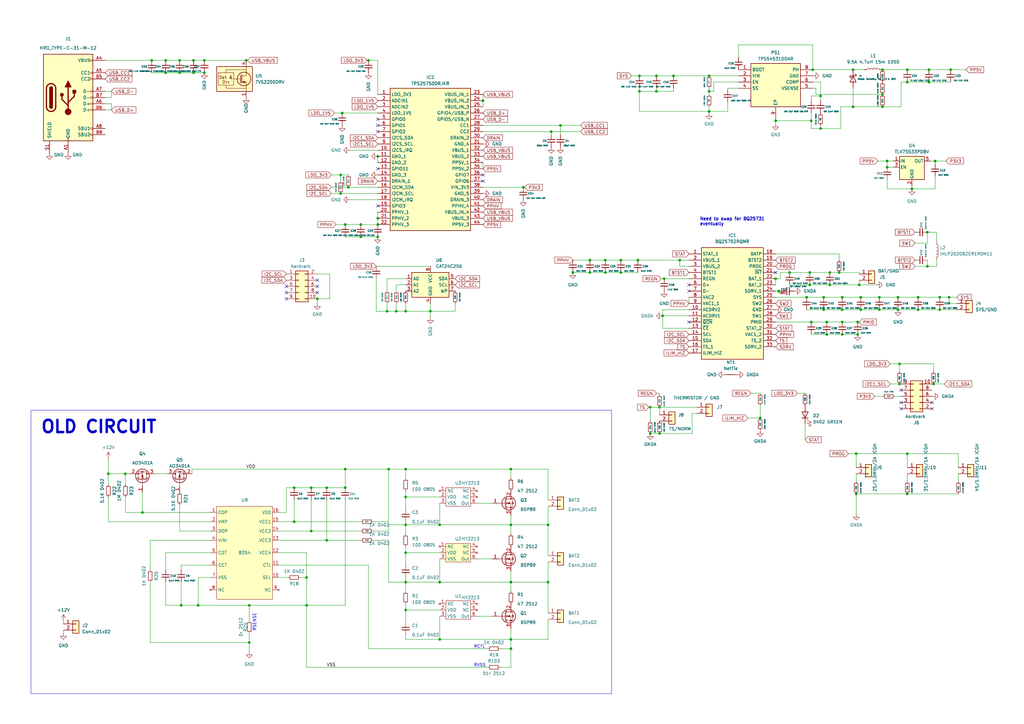
<source format=kicad_sch>
(kicad_sch (version 20230121) (generator eeschema)
  (paper "A3")
  (junction (at 166.37 215.265))
  (junction (at 368.3 127))
  (junction (at 368.935 157.48))
  (junction (at 385.445 127))
  (junction (at 147.955 97.155))
  (junction (at 318.135 49.53))
  (junction (at 125.73 248.285))
  (junction (at 209.55 262.255))
  (junction (at 79.375 29.845))
  (junction (at 332.105 111.76))
  (junction (at 209.55 266.065))
  (junction (at 290.83 37.465))
  (junction (at 345.44 127))
  (junction (at 262.255 37.465))
  (junction (at 344.17 111.76))
  (junction (at 248.285 106.68))
  (junction (at 340.36 111.76))
  (junction (at 360.68 127))
  (junction (at 383.54 66.04))
  (junction (at 241.935 106.68))
  (junction (at 349.885 43.815))
  (junction (at 372.11 33.655))
  (junction (at 278.765 106.68))
  (junction (at 372.11 28.575))
  (junction (at 269.24 37.465))
  (junction (at 154.94 97.155))
  (junction (at 166.37 127.635))
  (junction (at 141.605 192.405))
  (junction (at 340.36 116.84))
  (junction (at 224.79 238.76))
  (junction (at 166.37 226.695))
  (junction (at 139.7 79.375))
  (junction (at 372.11 202.565))
  (junction (at 176.53 127.635))
  (junction (at 62.23 24.765))
  (junction (at 290.83 45.72))
  (junction (at 272.415 114.3))
  (junction (at 159.385 192.405))
  (junction (at 209.55 215.265))
  (junction (at 198.12 41.275))
  (junction (at 241.935 111.76))
  (junction (at 209.55 238.76))
  (junction (at 353.06 121.92))
  (junction (at 147.955 92.075))
  (junction (at 385.445 121.92))
  (junction (at 102.235 263.525))
  (junction (at 120.65 200.025))
  (junction (at 361.95 28.575))
  (junction (at 351.155 202.565))
  (junction (at 127.635 200.025))
  (junction (at 270.51 167.005))
  (junction (at 140.335 46.355))
  (junction (at 83.82 29.845))
  (junction (at 361.95 38.735))
  (junction (at 142.875 76.835))
  (junction (at 351.79 132.08))
  (junction (at 254.635 111.76))
  (junction (at 133.985 200.025))
  (junction (at 339.09 137.16))
  (junction (at 261.62 106.68))
  (junction (at 102.235 248.285))
  (junction (at 141.605 92.075))
  (junction (at 333.375 28.575))
  (junction (at 363.855 66.04))
  (junction (at 380.365 95.25))
  (junction (at 100.965 24.765))
  (junction (at 290.83 31.115))
  (junction (at 180.34 238.76))
  (junction (at 83.82 24.765))
  (junction (at 381 33.655))
  (junction (at 214.63 76.835))
  (junction (at 209.55 192.405))
  (junction (at 368.3 121.92))
  (junction (at 180.34 215.265))
  (junction (at 319.405 119.38))
  (junction (at 374.015 77.47))
  (junction (at 58.42 210.185))
  (junction (at 166.37 238.76))
  (junction (at 276.225 31.115))
  (junction (at 380.365 109.22))
  (junction (at 330.835 121.92))
  (junction (at 180.34 262.255))
  (junction (at 266.7 177.8))
  (junction (at 151.13 24.765))
  (junction (at 345.44 132.08))
  (junction (at 254.635 106.68))
  (junction (at 73.66 29.845))
  (junction (at 271.78 129.54))
  (junction (at 361.95 43.815))
  (junction (at 44.45 194.31))
  (junction (at 229.87 51.435))
  (junction (at 351.79 137.16))
  (junction (at 120.65 213.995))
  (junction (at 381 28.575))
  (junction (at 389.255 121.92))
  (junction (at 389.89 28.575))
  (junction (at 158.75 127.635))
  (junction (at 127.635 217.805))
  (junction (at 166.37 203.835))
  (junction (at 345.44 137.16))
  (junction (at 51.435 194.31))
  (junction (at 336.55 39.37))
  (junction (at 270.51 177.8))
  (junction (at 363.855 68.58))
  (junction (at 141.605 200.025))
  (junction (at 125.73 236.855))
  (junction (at 360.68 121.92))
  (junction (at 67.945 24.765))
  (junction (at 376.555 127))
  (junction (at 162.56 127.635))
  (junction (at 339.09 132.08))
  (junction (at 351.155 186.055))
  (junction (at 336.55 52.705))
  (junction (at 318.135 114.3))
  (junction (at 337.82 121.92))
  (junction (at 345.44 121.92))
  (junction (at 382.905 157.48))
  (junction (at 311.785 171.45))
  (junction (at 376.555 121.92))
  (junction (at 81.28 248.285))
  (junction (at 349.885 28.575))
  (junction (at 74.295 248.285))
  (junction (at 332.74 49.53))
  (junction (at 266.7 167.005))
  (junction (at 353.06 127))
  (junction (at 224.79 215.265))
  (junction (at 372.11 186.055))
  (junction (at 73.66 24.765))
  (junction (at 323.85 111.76))
  (junction (at 133.985 221.615))
  (junction (at 139.7 71.755))
  (junction (at 154.94 92.075))
  (junction (at 269.24 31.115))
  (junction (at 248.285 111.76))
  (junction (at 337.82 127))
  (junction (at 226.06 53.975))
  (junction (at 332.105 116.84))
  (junction (at 234.95 111.76))
  (junction (at 166.37 192.405))
  (junction (at 262.255 31.115))
  (junction (at 352.425 116.84))
  (junction (at 154.94 64.135))
  (junction (at 332.74 132.08))
  (junction (at 154.94 89.535))
  (junction (at 130.175 122.555))
  (junction (at 368.935 149.225))
  (junction (at 79.375 24.765))
  (junction (at 67.945 29.845))
  (junction (at 166.37 250.19))
  (no_connect (at 369.57 167.64))
  (no_connect (at 130.175 117.475))
  (no_connect (at 369.57 165.1))
  (no_connect (at 318.135 111.76))
  (no_connect (at 369.57 160.02))
  (no_connect (at 282.575 132.08))
  (no_connect (at 154.94 48.895))
  (no_connect (at 117.475 120.015))
  (no_connect (at 382.27 167.64))
  (no_connect (at 282.575 119.38))
  (no_connect (at 130.175 120.015))
  (no_connect (at 117.475 122.555))
  (no_connect (at 117.475 117.475))
  (no_connect (at 154.94 84.455))
  (no_connect (at 382.27 165.1))
  (no_connect (at 154.94 53.975))
  (no_connect (at 198.12 74.295))
  (no_connect (at 154.94 69.215))
  (no_connect (at 282.575 116.84))
  (no_connect (at 198.12 71.755))
  (no_connect (at 154.94 51.435))
  (no_connect (at 130.175 114.935))
  (wire (pts (xy 374.015 77.47) (xy 374.015 76.2)))
  (wire (pts (xy 127.635 200.025) (xy 120.65 200.025)))
  (wire (pts (xy 154.94 86.995) (xy 154.94 89.535)))
  (wire (pts (xy 349.885 43.815) (xy 361.95 43.815)))
  (wire (pts (xy 74.295 248.285) (xy 67.945 248.285)))
  (wire (pts (xy 254.635 106.68) (xy 261.62 106.68)))
  (wire (pts (xy 51.435 194.31) (xy 53.34 194.31)))
  (wire (pts (xy 262.255 37.465) (xy 262.255 45.72)))
  (wire (pts (xy 166.37 208.915) (xy 166.37 203.835)))
  (wire (pts (xy 141.605 192.405) (xy 159.385 192.405)))
  (wire (pts (xy 351.155 197.485) (xy 351.155 194.31)))
  (wire (pts (xy 209.55 215.265) (xy 209.55 219.075)))
  (wire (pts (xy 166.37 127.635) (xy 166.37 124.46)))
  (wire (pts (xy 336.55 52.705) (xy 332.74 52.705)))
  (wire (pts (xy 349.885 36.195) (xy 349.885 43.815)))
  (wire (pts (xy 74.295 238.76) (xy 74.295 248.285)))
  (wire (pts (xy 74.295 231.775) (xy 86.36 231.775)))
  (wire (pts (xy 318.135 114.3) (xy 318.135 116.84)))
  (wire (pts (xy 318.135 121.92) (xy 330.835 121.92)))
  (wire (pts (xy 166.37 192.405) (xy 166.37 196.215)))
  (wire (pts (xy 166.37 260.35) (xy 166.37 262.255)))
  (wire (pts (xy 209.55 257.81) (xy 209.55 262.255)))
  (wire (pts (xy 158.75 127.635) (xy 162.56 127.635)))
  (wire (pts (xy 320.04 114.3) (xy 318.135 114.3)))
  (wire (pts (xy 135.255 112.395) (xy 130.175 112.395)))
  (wire (pts (xy 125.73 248.285) (xy 141.605 248.285)))
  (wire (pts (xy 102.235 248.285) (xy 125.73 248.285)))
  (wire (pts (xy 372.11 197.485) (xy 372.11 194.31)))
  (wire (pts (xy 337.82 127) (xy 345.44 127)))
  (wire (pts (xy 363.855 68.58) (xy 366.395 68.58)))
  (wire (pts (xy 154.94 89.535) (xy 154.94 92.075)))
  (wire (pts (xy 269.24 37.465) (xy 276.225 37.465)))
  (wire (pts (xy 248.285 111.76) (xy 241.935 111.76)))
  (wire (pts (xy 73.66 217.805) (xy 86.36 217.805)))
  (wire (pts (xy 330.835 121.92) (xy 337.82 121.92)))
  (wire (pts (xy 195.58 229.235) (xy 201.93 229.235)))
  (wire (pts (xy 224.79 192.405) (xy 209.55 192.405)))
  (wire (pts (xy 360.68 121.92) (xy 368.3 121.92)))
  (wire (pts (xy 392.43 121.92) (xy 389.255 121.92)))
  (wire (pts (xy 393.065 186.055) (xy 393.065 191.77)))
  (wire (pts (xy 125.73 236.855) (xy 125.73 248.285)))
  (wire (pts (xy 351.155 186.055) (xy 372.11 186.055)))
  (wire (pts (xy 282.575 109.22) (xy 278.765 109.22)))
  (wire (pts (xy 333.375 33.655) (xy 336.55 33.655)))
  (wire (pts (xy 282.575 134.62) (xy 271.78 134.62)))
  (wire (pts (xy 384.175 109.22) (xy 380.365 109.22)))
  (wire (pts (xy 154.305 109.22) (xy 176.53 109.22)))
  (wire (pts (xy 180.34 203.835) (xy 166.37 203.835)))
  (wire (pts (xy 323.85 111.76) (xy 332.105 111.76)))
  (wire (pts (xy 180.34 262.255) (xy 180.34 252.73)))
  (wire (pts (xy 351.155 210.82) (xy 351.155 202.565)))
  (wire (pts (xy 248.285 106.68) (xy 254.635 106.68)))
  (wire (pts (xy 347.98 186.055) (xy 351.155 186.055)))
  (wire (pts (xy 306.705 171.45) (xy 311.785 171.45)))
  (wire (pts (xy 330.2 180.34) (xy 330.2 173.99)))
  (wire (pts (xy 375.285 99.695) (xy 380.365 99.695)))
  (wire (pts (xy 127.635 217.805) (xy 147.955 217.805)))
  (wire (pts (xy 139.7 71.755) (xy 139.7 74.295)))
  (wire (pts (xy 62.23 24.765) (xy 67.945 24.765)))
  (wire (pts (xy 125.73 226.695) (xy 125.73 236.855)))
  (wire (pts (xy 262.255 37.465) (xy 262.255 36.195)))
  (wire (pts (xy 380.365 99.695) (xy 380.365 95.25)))
  (wire (pts (xy 166.37 238.76) (xy 180.34 238.76)))
  (wire (pts (xy 86.36 210.185) (xy 58.42 210.185)))
  (wire (pts (xy 162.56 127.635) (xy 166.37 127.635)))
  (wire (pts (xy 114.3 231.775) (xy 151.13 231.775)))
  (wire (pts (xy 339.09 137.16) (xy 332.74 137.16)))
  (wire (pts (xy 352.425 111.76) (xy 352.425 112.395)))
  (wire (pts (xy 159.385 213.995) (xy 153.035 213.995)))
  (wire (pts (xy 58.42 210.185) (xy 51.435 210.185)))
  (wire (pts (xy 67.945 29.845) (xy 62.23 29.845)))
  (wire (pts (xy 270.51 167.005) (xy 270.51 170.18)))
  (wire (pts (xy 44.45 213.995) (xy 86.36 213.995)))
  (wire (pts (xy 180.34 250.19) (xy 166.37 250.19)))
  (wire (pts (xy 381 33.655) (xy 372.11 33.655)))
  (wire (pts (xy 162.56 116.84) (xy 166.37 116.84)))
  (wire (pts (xy 393.065 197.485) (xy 393.065 194.31)))
  (wire (pts (xy 209.55 238.76) (xy 209.55 234.315)))
  (wire (pts (xy 166.37 238.76) (xy 166.37 242.57)))
  (wire (pts (xy 345.44 127) (xy 353.06 127)))
  (wire (pts (xy 368.935 149.225) (xy 382.905 149.225)))
  (wire (pts (xy 344.17 106.68) (xy 344.17 104.14)))
  (wire (pts (xy 384.175 106.68) (xy 384.175 109.22)))
  (wire (pts (xy 81.28 248.285) (xy 81.28 236.855)))
  (wire (pts (xy 143.51 81.915) (xy 154.94 81.915)))
  (wire (pts (xy 271.78 129.54) (xy 271.78 127)))
  (wire (pts (xy 337.82 121.92) (xy 345.44 121.92)))
  (wire (pts (xy 234.95 106.68) (xy 241.935 106.68)))
  (wire (pts (xy 283.845 177.8) (xy 270.51 177.8)))
  (wire (pts (xy 266.7 167.005) (xy 266.7 172.72)))
  (wire (pts (xy 101.6 24.765) (xy 100.965 24.765)))
  (wire (pts (xy 159.385 192.405) (xy 166.37 192.405)))
  (wire (pts (xy 26.035 258.445) (xy 26.035 259.715)))
  (wire (pts (xy 332.105 111.76) (xy 340.36 111.76)))
  (wire (pts (xy 123.19 236.855) (xy 125.73 236.855)))
  (wire (pts (xy 383.54 66.04) (xy 381.635 66.04)))
  (wire (pts (xy 44.45 187.96) (xy 44.45 194.31)))
  (wire (pts (xy 332.74 132.08) (xy 339.09 132.08)))
  (wire (pts (xy 254.635 111.76) (xy 248.285 111.76)))
  (wire (pts (xy 142.875 76.835) (xy 154.94 76.835)))
  (wire (pts (xy 318.135 50.8) (xy 318.135 49.53)))
  (wire (pts (xy 238.125 51.435) (xy 229.87 51.435)))
  (wire (pts (xy 159.385 217.805) (xy 159.385 215.265)))
  (wire (pts (xy 224.79 215.265) (xy 224.79 207.645)))
  (wire (pts (xy 102.235 254.635) (xy 102.235 248.285)))
  (wire (pts (xy 133.985 221.615) (xy 147.955 221.615)))
  (wire (pts (xy 133.985 200.025) (xy 141.605 200.025)))
  (wire (pts (xy 226.06 55.245) (xy 226.06 53.975)))
  (wire (pts (xy 368.935 152.4) (xy 368.935 149.225)))
  (wire (pts (xy 133.985 205.105) (xy 133.985 221.615)))
  (wire (pts (xy 147.955 213.995) (xy 120.65 213.995)))
  (wire (pts (xy 333.375 28.575) (xy 349.885 28.575)))
  (wire (pts (xy 270.51 161.29) (xy 269.24 161.29)))
  (wire (pts (xy 226.06 53.975) (xy 198.12 53.975)))
  (wire (pts (xy 158.75 127.635) (xy 158.75 124.46)))
  (wire (pts (xy 382.27 157.48) (xy 382.905 157.48)))
  (wire (pts (xy 166.37 114.3) (xy 158.75 114.3)))
  (wire (pts (xy 372.11 186.055) (xy 393.065 186.055)))
  (wire (pts (xy 367.03 162.56) (xy 369.57 162.56)))
  (wire (pts (xy 285.75 169.545) (xy 283.845 169.545)))
  (wire (pts (xy 51.435 210.185) (xy 51.435 203.835)))
  (wire (pts (xy 224.79 205.105) (xy 224.79 192.405)))
  (wire (pts (xy 67.945 226.695) (xy 86.36 226.695)))
  (wire (pts (xy 159.385 238.76) (xy 166.37 238.76)))
  (wire (pts (xy 61.595 263.525) (xy 102.235 263.525)))
  (wire (pts (xy 333.375 18.415) (xy 333.375 28.575)))
  (wire (pts (xy 74.295 233.68) (xy 74.295 231.775)))
  (wire (pts (xy 166.37 250.19) (xy 166.37 247.65)))
  (wire (pts (xy 392.43 124.46) (xy 389.255 124.46)))
  (wire (pts (xy 139.7 79.375) (xy 154.94 79.375)))
  (wire (pts (xy 176.53 127.635) (xy 176.53 124.46)))
  (wire (pts (xy 209.55 192.405) (xy 209.55 196.215)))
  (wire (pts (xy 186.69 127.635) (xy 176.53 127.635)))
  (wire (pts (xy 153.035 217.805) (xy 159.385 217.805)))
  (wire (pts (xy 353.06 127) (xy 360.68 127)))
  (wire (pts (xy 81.28 236.855) (xy 86.36 236.855)))
  (wire (pts (xy 290.83 36.195) (xy 290.83 37.465)))
  (wire (pts (xy 345.44 137.16) (xy 339.09 137.16)))
  (wire (pts (xy 180.34 238.76) (xy 209.55 238.76)))
  (wire (pts (xy 79.375 29.845) (xy 73.66 29.845)))
  (wire (pts (xy 114.3 226.695) (xy 125.73 226.695)))
  (wire (pts (xy 45.72 40.005) (xy 43.18 40.005)))
  (wire (pts (xy 358.775 162.56) (xy 361.95 162.56)))
  (wire (pts (xy 352.425 114.935) (xy 352.425 116.84)))
  (wire (pts (xy 135.89 71.755) (xy 139.7 71.755)))
  (wire (pts (xy 241.935 106.68) (xy 248.285 106.68)))
  (wire (pts (xy 51.435 198.755) (xy 51.435 194.31)))
  (wire (pts (xy 159.385 192.405) (xy 159.385 213.995)))
  (wire (pts (xy 166.37 213.995) (xy 166.37 215.265)))
  (wire (pts (xy 344.805 52.705) (xy 344.805 43.815)))
  (wire (pts (xy 270.51 167.005) (xy 285.75 167.005)))
  (wire (pts (xy 332.74 49.53) (xy 332.74 46.355)))
  (wire (pts (xy 270.51 161.925) (xy 270.51 161.29)))
  (wire (pts (xy 186.69 124.46) (xy 186.69 127.635)))
  (wire (pts (xy 269.24 31.115) (xy 276.225 31.115)))
  (wire (pts (xy 261.62 106.68) (xy 278.765 106.68)))
  (wire (pts (xy 209.55 266.065) (xy 209.55 273.685)))
  (wire (pts (xy 159.385 221.615) (xy 159.385 238.76)))
  (wire (pts (xy 224.79 254) (xy 224.79 262.255)))
  (wire (pts (xy 154.94 24.765) (xy 154.94 38.735)))
  (wire (pts (xy 282.575 124.46) (xy 282.575 121.92)))
  (wire (pts (xy 133.985 200.025) (xy 127.635 200.025)))
  (wire (pts (xy 381 28.575) (xy 389.89 28.575)))
  (wire (pts (xy 67.945 233.68) (xy 67.945 226.695)))
  (wire (pts (xy 276.225 31.115) (xy 290.83 31.115)))
  (wire (pts (xy 195.58 206.375) (xy 201.93 206.375)))
  (wire (pts (xy 363.855 66.04) (xy 363.855 68.58)))
  (wire (pts (xy 43.18 24.765) (xy 62.23 24.765)))
  (wire (pts (xy 158.75 114.3) (xy 158.75 119.38)))
  (wire (pts (xy 120.65 213.995) (xy 114.3 213.995)))
  (wire (pts (xy 320.04 111.76) (xy 323.85 111.76)))
  (wire (pts (xy 372.11 28.575) (xy 381 28.575)))
  (wire (pts (xy 135.255 122.555) (xy 135.255 112.395)))
  (wire (pts (xy 278.765 106.68) (xy 282.575 106.68)))
  (wire (pts (xy 141.605 205.105) (xy 141.605 248.285)))
  (wire (pts (xy 344.805 43.815) (xy 349.885 43.815)))
  (wire (pts (xy 44.45 194.31) (xy 51.435 194.31)))
  (wire (pts (xy 344.17 104.14) (xy 318.135 104.14)))
  (wire (pts (xy 276.225 37.465) (xy 276.225 36.195)))
  (wire (pts (xy 385.445 121.92) (xy 389.255 121.92)))
  (wire (pts (xy 214.63 76.835) (xy 198.12 76.835)))
  (wire (pts (xy 209.55 215.265) (xy 180.34 215.265)))
  (wire (pts (xy 372.11 33.655) (xy 369.57 33.655)))
  (wire (pts (xy 292.735 33.655) (xy 302.895 33.655)))
  (wire (pts (xy 224.79 238.76) (xy 224.79 230.505)))
  (wire (pts (xy 61.595 238.76) (xy 61.595 263.525)))
  (wire (pts (xy 61.595 221.615) (xy 86.36 221.615)))
  (wire (pts (xy 278.765 109.22) (xy 278.765 106.68)))
  (wire (pts (xy 120.65 205.105) (xy 120.65 213.995)))
  (wire (pts (xy 63.5 194.31) (xy 68.58 194.31)))
  (wire (pts (xy 382.905 157.48) (xy 387.35 157.48)))
  (wire (pts (xy 151.13 231.775) (xy 151.13 266.065)))
  (wire (pts (xy 143.51 61.595) (xy 154.94 61.595)))
  (wire (pts (xy 360.045 66.04) (xy 363.855 66.04)))
  (wire (pts (xy 334.645 38.735) (xy 334.645 36.195)))
  (wire (pts (xy 302.895 23.495) (xy 302.895 18.415)))
  (wire (pts (xy 290.83 45.72) (xy 262.255 45.72)))
  (wire (pts (xy 153.035 221.615) (xy 159.385 221.615)))
  (wire (pts (xy 238.125 53.975) (xy 226.06 53.975)))
  (wire (pts (xy 198.12 41.275) (xy 198.12 43.815)))
  (wire (pts (xy 344.17 111.76) (xy 352.425 111.76)))
  (wire (pts (xy 166.37 262.255) (xy 180.34 262.255)))
  (wire (pts (xy 320.675 119.38) (xy 319.405 119.38)))
  (wire (pts (xy 78.74 192.405) (xy 141.605 192.405)))
  (wire (pts (xy 43.18 37.465) (xy 45.72 37.465)))
  (wire (pts (xy 298.45 36.195) (xy 302.895 36.195)))
  (wire (pts (xy 359.41 116.84) (xy 352.425 116.84)))
  (wire (pts (xy 372.11 186.055) (xy 372.11 191.77)))
  (wire (pts (xy 363.855 73.66) (xy 363.855 77.47)))
  (wire (pts (xy 389.255 124.46) (xy 389.255 121.92)))
  (wire (pts (xy 290.83 46.355) (xy 290.83 45.72)))
  (wire (pts (xy 135.89 76.835) (xy 142.875 76.835)))
  (wire (pts (xy 180.34 238.76) (xy 180.34 229.235)))
  (wire (pts (xy 323.85 116.84) (xy 332.105 116.84)))
  (wire (pts (xy 130.175 122.555) (xy 135.255 122.555)))
  (wire (pts (xy 180.34 262.255) (xy 209.55 262.255)))
  (wire (pts (xy 45.72 45.085) (xy 43.18 45.085)))
  (wire (pts (xy 311.785 161.29) (xy 307.975 161.29)))
  (wire (pts (xy 44.45 198.755) (xy 44.45 194.31)))
  (wire (pts (xy 319.405 119.38) (xy 319.405 120.015)))
  (wire (pts (xy 336.55 39.37) (xy 336.55 41.275)))
  (wire (pts (xy 351.79 137.16) (xy 345.44 137.16)))
  (wire (pts (xy 176.53 127.635) (xy 166.37 127.635)))
  (wire (pts (xy 137.795 92.075) (xy 141.605 92.075)))
  (wire (pts (xy 147.955 92.075) (xy 154.94 92.075)))
  (wire (pts (xy 261.62 111.76) (xy 254.635 111.76)))
  (wire (pts (xy 351.155 186.055) (xy 351.155 191.77)))
  (wire (pts (xy 311.785 171.45) (xy 311.785 166.37)))
  (wire (pts (xy 290.83 45.72) (xy 298.45 45.72)))
  (wire (pts (xy 380.365 109.22) (xy 380.365 106.68)))
  (wire (pts (xy 135.89 79.375) (xy 139.7 79.375)))
  (wire (pts (xy 166.37 192.405) (xy 209.55 192.405)))
  (wire (pts (xy 224.79 215.265) (xy 224.79 227.965)))
  (wire (pts (xy 269.24 37.465) (xy 269.24 36.195)))
  (wire (pts (xy 117.475 200.025) (xy 117.475 210.185)))
  (wire (pts (xy 352.425 116.84) (xy 340.36 116.84)))
  (wire (pts (xy 368.3 121.92) (xy 376.555 121.92)))
  (wire (pts (xy 266.065 167.005) (xy 266.7 167.005)))
  (wire (pts (xy 396.24 28.575) (xy 389.89 28.575)))
  (wire (pts (xy 290.83 37.465) (xy 292.735 37.465)))
  (wire (pts (xy 200.025 273.685) (xy 125.73 273.685)))
  (wire (pts (xy 198.12 38.735) (xy 198.12 41.275)))
  (wire (pts (xy 180.34 215.265) (xy 166.37 215.265)))
  (wire (pts (xy 67.945 24.765) (xy 73.66 24.765)))
  (wire (pts (xy 83.82 29.845) (xy 79.375 29.845)))
  (wire (pts (xy 266.7 167.005) (xy 270.51 167.005)))
  (wire (pts (xy 44.45 203.835) (xy 44.45 213.995)))
  (wire (pts (xy 271.78 127) (xy 282.575 127)))
  (wire (pts (xy 283.845 169.545) (xy 283.845 177.8)))
  (wire (pts (xy 372.11 28.575) (xy 361.95 28.575)))
  (wire (pts (xy 154.94 97.155) (xy 147.955 97.155)))
  (wire (pts (xy 361.95 43.815) (xy 369.57 43.815)))
  (wire (pts (xy 209.55 242.57) (xy 209.55 238.76)))
  (wire (pts (xy 383.54 66.04) (xy 383.54 67.31)))
  (wire (pts (xy 154.94 64.135) (xy 154.94 66.675)))
  (wire (pts (xy 45.72 37.465) (xy 45.72 40.005)))
  (wire (pts (xy 271.78 134.62) (xy 271.78 129.54)))
  (wire (pts (xy 166.37 203.835) (xy 166.37 201.295)))
  (wire (pts (xy 332.74 41.275) (xy 332.74 39.37)))
  (wire (pts (xy 166.37 231.775) (xy 166.37 226.695)))
  (wire (pts (xy 162.56 127.635) (xy 162.56 124.46)))
  (wire (pts (xy 360.68 127) (xy 368.3 127)))
  (wire (pts (xy 73.66 207.01) (xy 73.66 217.805)))
  (wire (pts (xy 365.125 149.225) (xy 368.935 149.225)))
  (wire (pts (xy 340.36 111.76) (xy 344.17 111.76)))
  (wire (pts (xy 166.37 236.855) (xy 166.37 238.76)))
  (wire (pts (xy 382.905 149.225) (xy 382.905 152.4)))
  (wire (pts (xy 318.135 49.53) (xy 318.135 48.895)))
  (wire (pts (xy 67.945 248.285) (xy 67.945 238.76)))
  (wire (pts (xy 162.56 119.38) (xy 162.56 116.84)))
  (wire (pts (xy 215.265 76.835) (xy 214.63 76.835)))
  (wire (pts (xy 384.175 95.25) (xy 380.365 95.25)))
  (wire (pts (xy 127.635 205.105) (xy 127.635 217.805)))
  (wire (pts (xy 330.835 127) (xy 337.82 127)))
  (wire (pts (xy 330.2 161.29) (xy 327.025 161.29)))
  (wire (pts (xy 229.87 55.245) (xy 229.87 51.435)))
  (wire (pts (xy 292.735 37.465) (xy 292.735 33.655)))
  (wire (pts (xy 224.79 238.76) (xy 224.79 251.46)))
  (wire (pts (xy 290.83 45.72) (xy 290.83 43.815)))
  (wire (pts (xy 383.54 77.47) (xy 374.015 77.47)))
  (wire (pts (xy 334.645 36.195) (xy 333.375 36.195)))
  (wire (pts (xy 198.12 66.675) (xy 198.12 69.215)))
  (wire (pts (xy 389.89 33.655) (xy 381 33.655)))
  (wire (pts (xy 272.415 114.3) (xy 282.575 114.3)))
  (wire (pts (xy 376.555 127) (xy 385.445 127)))
  (wire (pts (xy 271.78 129.54) (xy 282.575 129.54)))
  (wire (pts (xy 154.305 114.3) (xy 154.305 127.635)))
  (wire (pts (xy 141.605 192.405) (xy 141.605 200.025)))
  (wire (pts (xy 209.55 273.685) (xy 205.105 273.685)))
  (wire (pts (xy 159.385 215.265) (xy 166.37 215.265)))
  (wire (pts (xy 262.255 31.115) (xy 269.24 31.115)))
  (wire (pts (xy 369.57 33.655) (xy 369.57 43.815)))
  (wire (pts (xy 150.495 24.765) (xy 151.13 24.765)))
  (wire (pts (xy 102.235 263.525) (xy 102.235 267.335)))
  (wire (pts (xy 368.935 157.48) (xy 369.57 157.48)))
  (wire (pts (xy 26.035 254.635) (xy 26.035 255.905)))
  (wire (pts (xy 133.985 221.615) (xy 114.3 221.615)))
  (wire (pts (xy 151.13 266.065) (xy 200.025 266.065)))
  (wire (pts (xy 387.985 66.04) (xy 383.54 66.04)))
  (wire (pts (xy 154.305 127.635) (xy 158.75 127.635)))
  (wire (pts (xy 61.595 233.68) (xy 61.595 221.615)))
  (wire (pts (xy 332.74 39.37) (xy 336.55 39.37)))
  (wire (pts (xy 385.445 127) (xy 392.43 127)))
  (wire (pts (xy 334.645 38.735) (xy 361.95 38.735)))
  (wire (pts (xy 271.145 114.3) (xy 272.415 114.3)))
  (wire (pts (xy 141.605 97.155) (xy 147.955 97.155)))
  (wire (pts (xy 345.44 121.92) (xy 353.06 121.92)))
  (wire (pts (xy 166.37 215.265) (xy 166.37 219.075)))
  (wire (pts (xy 224.79 262.255) (xy 209.55 262.255)))
  (wire (pts (xy 209.55 238.76) (xy 224.79 238.76)))
  (wire (pts (xy 117.475 210.185) (xy 114.3 210.185)))
  (wire (pts (xy 195.58 252.73) (xy 201.93 252.73)))
  (wire (pts (xy 166.37 226.695) (xy 166.37 224.155)))
  (wire (pts (xy 318.135 132.08) (xy 332.74 132.08)))
  (wire (pts (xy 302.895 18.415) (xy 333.375 18.415)))
  (wire (pts (xy 375.285 109.22) (xy 380.365 109.22)))
  (wire (pts (xy 114.3 236.855) (xy 118.11 236.855)))
  (wire (pts (xy 81.28 248.285) (xy 102.235 248.285)))
  (wire (pts (xy 363.855 77.47) (xy 374.015 77.47)))
  (wire (pts (xy 102.235 259.715) (xy 102.235 263.525)))
  (wire (pts (xy 320.04 111.76) (xy 320.04 114.3)))
  (wire (pts (xy 180.34 215.265) (xy 180.34 206.375)))
  (wire (pts (xy 205.105 266.065) (xy 209.55 266.065)))
  (wire (pts (xy 368.3 127) (xy 376.555 127)))
  (wire (pts (xy 270.51 177.8) (xy 266.7 177.8)))
  (wire (pts (xy 140.335 46.355) (xy 154.94 46.355)))
  (wire (pts (xy 176.53 130.175) (xy 176.53 127.635)))
  (wire (pts (xy 319.405 119.38) (xy 318.135 119.38)))
  (wire (pts (xy 352.425 132.08) (xy 351.79 132.08)))
  (wire (pts (xy 79.375 24.765) (xy 83.82 24.765)))
  (wire (pts (xy 372.11 202.565) (xy 351.155 202.565)))
  (wire (pts (xy 360.68 121.92) (xy 353.06 121.92)))
  (wire (pts (xy 365.125 157.48) (xy 368.935 157.48)))
  (wire (pts (xy 180.34 226.695) (xy 166.37 226.695)))
  (wire (pts (xy 336.55 51.435) (xy 336.55 52.705)))
  (wire (pts (xy 74.295 248.285) (xy 81.28 248.285)))
  (wire (pts (xy 58.42 201.93) (xy 58.42 210.185)))
  (wire (pts (xy 336.55 52.705) (xy 344.805 52.705)))
  (wire (pts (xy 151.13 24.765) (xy 154.94 24.765)))
  (wire (pts (xy 345.44 132.08) (xy 351.79 132.08)))
  (wire (pts (xy 83.82 24.765) (xy 100.965 24.765)))
  (wire (pts (xy 209.55 215.265) (xy 224.79 215.265)))
  (wire (pts (xy 45.72 42.545) (xy 45.72 45.085)))
  (wire (pts (xy 130.175 124.46) (xy 130.175 122.555)))
  (wire (pts (xy 298.45 45.72) (xy 298.45 41.91)))
  (wire (pts (xy 290.83 37.465) (xy 290.83 38.735)))
  (wire (pts (xy 298.45 36.83) (xy 298.45 36.195)))
  (wire (pts (xy 376.555 121.92) (xy 385.445 121.92)))
  (wire (pts (xy 43.18 42.545) (xy 45.72 42.545)))
  (wire (pts (xy 166.37 255.27) (xy 166.37 250.19)))
  (wire (pts (xy 332.105 116.84) (xy 340.36 116.84)))
  (wire (pts (xy 262.255 37.465) (xy 269.24 37.465)))
  (wire (pts (xy 114.3 217.805) (xy 127.635 217.805)))
  (wire (pts (xy 209.55 215.265) (xy 209.55 211.455)))
  (wire (pts (xy 262.255 31.115) (xy 259.08 31.115)))
  (wire (pts (xy 332.74 52.705) (xy 332.74 49.53)))
  (wire (pts (xy 73.66 29.845) (xy 67.945 29.845)))
  (wire (pts (xy 339.09 132.08) (xy 345.44 132.08)))
  (wire (pts (xy 383.54 72.39) (xy 383.54 77.47)))
  (wire (pts (xy 363.855 66.04) (xy 366.395 66.04)))
  (wire (pts (xy 354.33 28.575) (xy 349.885 28.575)))
  (wire (pts (xy 290.83 31.115) (xy 302.895 31.115)))
  (wire (pts (xy 120.65 200.025) (xy 117.475 200.025)))
  (wire (pts (xy 229.87 51.435) (xy 198.12 51.435)))
  (wire (pts (xy 73.66 24.765) (xy 79.375 24.765)))
  (wire (pts (xy 137.16 46.355) (xy 140.335 46.355)))
  (wire (pts (xy 372.11 202.565) (xy 393.065 202.565)))
  (wire (pts (xy 78.74 194.31) (xy 78.74 192.405)))
  (wire (pts (xy 141.605 92.075) (xy 147.955 92.075)))
  (wire (pts (xy 209.55 262.255) (xy 209.55 266.065)))
  (wire (pts (xy 125.73 273.685) (xy 125.73 248.285)))
  (wire (pts (xy 241.935 111.76) (xy 234.95 111.76)))
  (wire (pts (xy 384.175 95.25) (xy 384.175 99.06)))
  (wire (pts (xy 332.74 49.53) (xy 318.135 49.53)))
  (wire (pts (xy 139.7 71.755) (xy 142.875 71.755)))
  (wire (pts (xy 336.55 33.655) (xy 336.55 39.37)))
  (text_box "OLD CIRCUIT" (at 12.7 168.275 0) (size 238.125 116.205) (effects (font (size 5 5) (thickness 1) bold) (justify left top)))
  (text "RCTL" (at 194.31 266.065 0) (effects (font (size 1.27 1.27)) (justify left bottom)))
  (text "RSENSE" (at 105.156 258.953 90) (effects (font (size 1.27 1.27)) (justify left bottom)))
  (text "Need to swap for BQ25731\neventually" (at 287.02 92.71 0) (effects (font (size 1.27 1.27) (thickness 0.254) bold) (justify left bottom)))
  (text "RVSS" (at 194.31 273.685 0) (effects (font (size 1.27 1.27)) (justify left bottom)))
  (label "VDD" (at 100.965 192.405 0))
  (label "VSS" (at 133.985 273.685 0))
  (global_label "BTST2" (shape input) (at 318.135 106.68 0) (property "Intersheetrefs" "${INTERSHEET_REFS}" (effects hide)))
  (global_label "USB_D-" (shape input) (at 198.12 48.895 0) (property "Intersheetrefs" "${INTERSHEET_REFS}" (effects hide)))
  (global_label "USB_VBUS" (shape input) (at 198.12 89.535 0) (property "Intersheetrefs" "${INTERSHEET_REFS}" (effects hide)))
  (global_label "USB_D-" (shape input) (at 45.72 37.465 0) (property "Intersheetrefs" "${INTERSHEET_REFS}" (effects hide)))
  (global_label "TS" (shape input) (at 282.575 142.24 180) (property "Intersheetrefs" "${INTERSHEET_REFS}" (effects hide)))
  (global_label "PP5V" (shape input) (at 360.045 66.04 180) (property "Intersheetrefs" "${INTERSHEET_REFS}" (effects hide)))
  (global_label "PROG" (shape input) (at 347.98 186.055 180) (property "Intersheetrefs" "${INTERSHEET_REFS}" (effects hide)))
  (global_label "SW1" (shape input) (at 318.135 129.54 0) (property "Intersheetrefs" "${INTERSHEET_REFS}" (effects hide)))
  (global_label "REGN" (shape input) (at 269.24 161.29 180) (property "Intersheetrefs" "${INTERSHEET_REFS}" (effects hide)))
  (global_label "LDO_3V3" (shape input) (at 154.305 109.22 180) (property "Intersheetrefs" "${INTERSHEET_REFS}" (effects hide)))
  (global_label "STAT" (shape input) (at 318.135 134.62 0) (property "Intersheetrefs" "${INTERSHEET_REFS}" (effects hide)))
  (global_label "STAT" (shape input) (at 282.575 104.14 180) (property "Intersheetrefs" "${INTERSHEET_REFS}" (effects hide)))
  (global_label "P3V3" (shape input) (at 387.985 66.04 0) (property "Intersheetrefs" "${INTERSHEET_REFS}" (effects hide)))
  (global_label "I2C_SDA" (shape input) (at 186.69 114.3 0) (property "Intersheetrefs" "${INTERSHEET_REFS}" (effects hide)))
  (global_label "TS" (shape input) (at 266.065 167.005 180) (property "Intersheetrefs" "${INTERSHEET_REFS}" (effects hide)))
  (global_label "PMID" (shape input) (at 352.425 132.08 0) (property "Intersheetrefs" "${INTERSHEET_REFS}" (effects hide)))
  (global_label "SYS" (shape input) (at 392.43 121.92 0) (property "Intersheetrefs" "${INTERSHEET_REFS}" (effects hide)))
  (global_label "PPHV" (shape input) (at 282.575 124.46 180) (property "Intersheetrefs" "${INTERSHEET_REFS}" (effects hide)))
  (global_label "SW2" (shape input) (at 318.135 124.46 0) (property "Intersheetrefs" "${INTERSHEET_REFS}" (effects hide)))
  (global_label "I2C_SDA" (shape input) (at 117.475 114.935 180) (property "Intersheetrefs" "${INTERSHEET_REFS}" (effects hide)))
  (global_label "PPHV" (shape input) (at 137.795 92.075 180) (property "Intersheetrefs" "${INTERSHEET_REFS}" (effects hide)))
  (global_label "I2C1_SDA" (shape input) (at 387.35 157.48 0) (property "Intersheetrefs" "${INTERSHEET_REFS}" (effects hide)))
  (global_label "I2C1_SCL" (shape input) (at 365.125 157.48 180) (property "Intersheetrefs" "${INTERSHEET_REFS}" (effects hide)))
  (global_label "SDRV" (shape input) (at 319.405 120.015 0) (effects (font (size 0.5 0.5))) (property "Intersheetrefs" "${INTERSHEET_REFS}" (effects hide)))
  (global_label "I2C1_SDA" (shape input) (at 154.94 56.515 180) (property "Intersheetrefs" "${INTERSHEET_REFS}" (effects hide)))
  (global_label "SW1" (shape input) (at 375.285 99.695 180) (property "Intersheetrefs" "${INTERSHEET_REFS}" (effects hide)))
  (global_label "I2C_SDA" (shape input) (at 135.89 76.835 180) (property "Intersheetrefs" "${INTERSHEET_REFS}" (effects hide)))
  (global_label "LDO_3V3" (shape input) (at 150.495 24.765 180) (property "Intersheetrefs" "${INTERSHEET_REFS}" (effects hide)))
  (global_label "TS" (shape input) (at 318.135 139.7 0) (property "Intersheetrefs" "${INTERSHEET_REFS}" (effects hide)))
  (global_label "USB_D+" (shape input) (at 198.12 46.355 0) (property "Intersheetrefs" "${INTERSHEET_REFS}" (effects hide)))
  (global_label "PPHV" (shape input) (at 198.12 84.455 0) (property "Intersheetrefs" "${INTERSHEET_REFS}" (effects hide)))
  (global_label "USB_CC1" (shape input) (at 238.125 51.435 0) (property "Intersheetrefs" "${INTERSHEET_REFS}" (effects hide)))
  (global_label "USB_D+" (shape input) (at 45.72 45.085 0) (property "Intersheetrefs" "${INTERSHEET_REFS}" (effects hide)))
  (global_label "PPHV" (shape input) (at 234.95 106.68 180) (property "Intersheetrefs" "${INTERSHEET_REFS}" (effects hide)))
  (global_label "I2C_SCL" (shape input) (at 186.69 116.84 0) (property "Intersheetrefs" "${INTERSHEET_REFS}" (effects hide)))
  (global_label "I2C_SCL" (shape input) (at 117.475 112.395 180) (property "Intersheetrefs" "${INTERSHEET_REFS}" (effects hide)))
  (global_label "USB_VBUS" (shape input) (at 198.12 86.995 0) (property "Intersheetrefs" "${INTERSHEET_REFS}" (effects hide)))
  (global_label "DRAIN" (shape input) (at 154.94 74.295 180) (property "Intersheetrefs" "${INTERSHEET_REFS}" (effects hide)))
  (global_label "USB_CC1" (shape input) (at 43.18 29.845 0) (property "Intersheetrefs" "${INTERSHEET_REFS}" (effects hide)))
  (global_label "I2C1_SCL" (shape input) (at 154.94 59.055 180) (property "Intersheetrefs" "${INTERSHEET_REFS}" (effects hide)))
  (global_label "LDO_3V3" (shape input) (at 135.89 71.755 180) (property "Intersheetrefs" "${INTERSHEET_REFS}" (effects hide)))
  (global_label "BTST2" (shape input) (at 375.285 106.68 180) (property "Intersheetrefs" "${INTERSHEET_REFS}" (effects hide)))
  (global_label "I2C_SCL" (shape input) (at 282.575 137.16 180) (property "Intersheetrefs" "${INTERSHEET_REFS}" (effects hide)))
  (global_label "SDRV" (shape input) (at 318.135 142.24 0) (property "Intersheetrefs" "${INTERSHEET_REFS}" (effects hide)))
  (global_label "USB_CC2" (shape input) (at 43.18 32.385 0) (property "Intersheetrefs" "${INTERSHEET_REFS}" (effects hide)))
  (global_label "BTST1" (shape input) (at 375.285 95.25 180) (property "Intersheetrefs" "${INTERSHEET_REFS}" (effects hide)))
  (global_label "USB_VBUS" (shape input) (at 198.12 61.595 0) (property "Intersheetrefs" "${INTERSHEET_REFS}" (effects hide)))
  (global_label "P3V3" (shape input) (at 358.775 162.56 180) (property "Intersheetrefs" "${INTERSHEET_REFS}" (effects hide)))
  (global_label "I2C_SDA" (shape input) (at 282.575 139.7 180) (property "Intersheetrefs" "${INTERSHEET_REFS}" (effects hide)))
  (global_label "USB_VBUS" (shape input) (at 101.6 24.765 0) (property "Intersheetrefs" "${INTERSHEET_REFS}" (effects hide)))
  (global_label "DRAIN" (shape input) (at 198.12 81.915 0) (property "Intersheetrefs" "${INTERSHEET_REFS}" (effects hide)))
  (global_label "REGN" (shape input) (at 307.975 161.29 180) (property "Intersheetrefs" "${INTERSHEET_REFS}" (effects hide)))
  (global_label "DRAIN" (shape input) (at 198.12 56.515 0) (property "Intersheetrefs" "${INTERSHEET_REFS}" (effects hide)))
  (global_label "PPHV" (shape input) (at 318.135 137.16 0) (property "Intersheetrefs" "${INTERSHEET_REFS}" (effects hide)))
  (global_label "ILIM_HIZ" (shape input) (at 282.575 144.78 180) (property "Intersheetrefs" "${INTERSHEET_REFS}" (effects hide)))
  (global_label "P3V3" (shape input) (at 215.265 76.835 0) (property "Intersheetrefs" "${INTERSHEET_REFS}" (effects hide)))
  (global_label "SYS" (shape input) (at 259.08 31.115 180) (property "Intersheetrefs" "${INTERSHEET_REFS}" (effects hide)))
  (global_label "LDO_1V5" (shape input) (at 154.94 41.275 180) (property "Intersheetrefs" "${INTERSHEET_REFS}" (effects hide)))
  (global_label "SW2" (shape input) (at 375.285 109.22 180) (property "Intersheetrefs" "${INTERSHEET_REFS}" (effects hide)))
  (global_label "PROG" (shape input) (at 318.135 109.22 0) (property "Intersheetrefs" "${INTERSHEET_REFS}" (effects hide)))
  (global_label "LDO_1V5" (shape input) (at 137.16 46.355 180) (property "Intersheetrefs" "${INTERSHEET_REFS}" (effects hide)))
  (global_label "PP5V" (shape input) (at 396.24 28.575 0) (property "Intersheetrefs" "${INTERSHEET_REFS}" (effects hide)))
  (global_label "REGN" (shape input) (at 271.145 114.3 180) (property "Intersheetrefs" "${INTERSHEET_REFS}" (effects hide)))
  (global_label "BTST1" (shape input) (at 282.575 111.76 180) (property "Intersheetrefs" "${INTERSHEET_REFS}" (effects hide)))
  (global_label "STAT" (shape input) (at 330.2 180.34 0) (property "Intersheetrefs" "${INTERSHEET_REFS}" (effects hide)))
  (global_label "PP5V" (shape input) (at 198.12 69.215 0) (property "Intersheetrefs" "${INTERSHEET_REFS}" (effects hide)))
  (global_label "USB_VBUS" (shape input) (at 198.12 38.735 0) (property "Intersheetrefs" "${INTERSHEET_REFS}" (effects hide)))
  (global_label "PP5V" (shape input) (at 198.12 92.075 0) (property "Intersheetrefs" "${INTERSHEET_REFS}" (effects hide)))
  (global_label "LDO_3V3" (shape input) (at 327.025 161.29 180) (property "Intersheetrefs" "${INTERSHEET_REFS}" (effects hide)))
  (global_label "USB_CC2" (shape input) (at 238.125 53.975 0) (property "Intersheetrefs" "${INTERSHEET_REFS}" (effects hide)))
  (global_label "I2C_SCL" (shape input) (at 135.89 79.375 180) (property "Intersheetrefs" "${INTERSHEET_REFS}" (effects hide)))
  (global_label "USB_VBUS" (shape input) (at 198.12 64.135 0) (property "Intersheetrefs" "${INTERSHEET_REFS}" (effects hide)))
  (global_label "LDO_3V3" (shape input) (at 365.125 149.225 180) (property "Intersheetrefs" "${INTERSHEET_REFS}" (effects hide)))
  (global_label "LDO_1V5" (shape input) (at 154.94 43.815 180) (property "Intersheetrefs" "${INTERSHEET_REFS}" (effects hide)))
  (global_label "ILIM_HIZ" (shape input) (at 306.705 171.45 180) (property "Intersheetrefs" "${INTERSHEET_REFS}" (effects hide)))
  (symbol (lib_id "power:GNDA") (at 271.78 129.54 270) (unit 1)
    (property "Reference" "#PWR026" (effects hide))
    (property "Value" "GNDA" (at 267.97 129.54 90) (effects (justify right)))
  )
  (symbol (lib_id "Device:C_Small") (at 151.13 27.305 0) (mirror y) (unit 1)
    (property "Reference" "C25" (at 149.225 27.305 0) (effects (font (size 0.75 0.75)) (justify left)))
    (property "Value" "10V 10uF 0402 X5R" (at 149.86 29.21 0) (effects (font (size 0.5 0.5)) (justify left)))
    (property "Footprint" "Capacitor_SMD:C_0402_1005Metric" (effects hide))
  )
  (symbol (lib_id "Device:R_Small") (at 150.495 213.995 90) (unit 1)
    (property "Reference" "R27" (at 150.495 213.995 90) (effects (font (size 0.5 0.5))))
    (property "Value" "1K 0402" (at 155.575 215.265 90))
    (property "Footprint" "Resistor_SMD:R_0402_1005Metric" (effects hide))
  )
  (symbol (lib_id "Device:R_Small") (at 290.83 33.655 180) (unit 1)
    (property "Reference" "R7" (at 290.83 33.655 90) (effects (font (size 0.5 0.5))))
    (property "Value" "665K 0603" (at 288.925 33.655 90) (effects (font (size 0.5 0.5))))
    (property "Footprint" "Resistor_SMD:R_0603_1608Metric" (effects hide))
  )
  (symbol (lib_id "power:GND") (at 351.79 137.16 0) (unit 1)
    (property "Reference" "#PWR027" (effects hide))
    (property "Value" "GND" (at 351.79 142.24 0))
  )
  (symbol (lib_id "power:GND") (at 368.3 127 0) (unit 1)
    (property "Reference" "#PWR030" (effects hide))
    (property "Value" "GND" (at 368.3 132.08 0))
  )
  (symbol (lib_id "Connector_Generic:Conn_01x02") (at 357.505 112.395 0) (unit 1)
    (property "Reference" "J5" (at 360.68 113.665 0) (effects (justify left)))
    (property "Value" "BAT/GND" (at 360.045 111.125 0) (effects (justify left)))
    (property "Footprint" "Connector_PinHeader_2.54mm:PinHeader_1x02_P2.54mm_Vertical" (effects hide))
  )
  (symbol (lib_id "Device:C_Small") (at 154.94 94.615 0) (mirror y) (unit 1)
    (property "Reference" "C29" (at 153.035 94.615 0) (effects (font (size 0.75 0.75)) (justify left)))
    (property "Value" "0.1uF 0402 X5R 35V" (at 153.67 96.52 0) (effects (font (size 0.5 0.5)) (justify left)))
    (property "Footprint" "Capacitor_SMD:C_0402_1005Metric" (effects hide))
  )
  (symbol (lib_id "Device:L") (at 384.175 102.87 0) (unit 1)
    (property "Reference" "L2" (at 385.445 101.6 0) (effects (justify left)))
    (property "Value" "IHLP2020BZER1R0M11" (at 385.445 104.14 0) (effects (justify left)))
    (property "Footprint" "Inductor_SMD:L_Vishay_IHLP-2020" (effects hide))
  )
  (symbol (lib_id "Device:R_Small") (at 266.7 175.26 0) (mirror x) (unit 1)
    (property "Reference" "R34" (at 266.7 175.26 90) (effects (font (size 0.5 0.5))))
    (property "Value" "30.1K 0402" (at 268.605 175.26 90) (effects (font (size 0.5 0.5))))
    (property "Footprint" "Resistor_SMD:R_0402_1005Metric" (effects hide))
  )
  (symbol (lib_id "Device:R_Small") (at 150.495 217.805 90) (unit 1)
    (property "Reference" "R26" (at 150.495 217.805 90) (effects (font (size 0.5 0.5))))
    (property "Value" "1K 0402" (at 155.575 219.075 90))
    (property "Footprint" "Resistor_SMD:R_0402_1005Metric" (effects hide))
  )
  (symbol (lib_id "Device:D_Schottky") (at 349.885 32.385 270) (unit 1)
    (property "Reference" "D1" (at 352.425 31.115 90) (effects (font (size 0.5 0.5)) (justify left)))
    (property "Value" "Diode, Schottky, 40 V, 5 A, SMC " (at 351.79 32.385 90) (effects (font (size 0.635 0.635)) (justify left)))
    (property "Footprint" "Diode_SMD:D_SMC" (effects hide))
  )
  (symbol (lib_id "power:GND") (at 198.12 59.055 90) (unit 1)
    (property "Reference" "#PWR04" (effects hide))
    (property "Value" "GND" (at 203.835 59.055 90))
  )
  (symbol (lib_id "BQ25792RQMR:BQ25792RQMR") (at 282.575 104.14 0) (unit 1)
    (property "Reference" "IC1" (at 300.355 96.52 0))
    (property "Value" "BQ25792RQMR" (at 300.355 99.06 0))
    (property "Footprint" "BQ25792RQMR:BQ25792RQMR" (effects hide))
    (property "Height" "1" (effects hide))
    (property "Mouser Part Number" "595-BQ25792RQMR" (effects hide))
    (property "Mouser Price/Stock" "https://www.mouser.co.uk/ProductDetail/Texas-Instruments/BQ25792RQMR?qs=81r%252BiQLm7BSrfMJlEm4Auw%3D%3D" (effects hide))
    (property "Manufacturer_Name" "Texas Instruments" (effects hide))
    (property "Manufacturer_Part_Number" "BQ25792RQMR" (effects hide))
  )
  (symbol (lib_id "Device:R_Small") (at 120.65 236.855 90) (unit 1)
    (property "Reference" "R18" (at 120.65 239.395 90))
    (property "Value" "1K 0402" (at 120.65 234.315 90))
    (property "Footprint" "Resistor_SMD:R_0402_1005Metric" (effects hide))
  )
  (symbol (lib_id "Device:C_Small") (at 332.105 114.3 0) (unit 1)
    (property "Reference" "C50" (at 334.01 114.3 0) (effects (font (size 0.75 0.75)) (justify left)))
    (property "Value" "50V 10uF 0603" (at 333.375 116.205 0) (effects (font (size 0.5 0.5)) (justify left)))
    (property "Footprint" "Capacitor_SMD:C_0603_1608Metric" (effects hide))
  )
  (symbol (lib_id "Device:R_Small") (at 51.435 201.295 180) (unit 1)
    (property "Reference" "R23" (at 53.975 201.295 90))
    (property "Value" "1M 0402" (at 48.895 201.295 90))
    (property "Footprint" "Resistor_SMD:R_0402_1005Metric" (effects hide))
  )
  (symbol (lib_id "Device:R_Small") (at 209.55 221.615 0) (unit 1)
    (property "Reference" "R4" (at 212.09 220.3449 0) (effects (justify left)))
    (property "Value" "47 2512" (at 212.09 224.1549 0) (effects (justify left)))
    (property "Footprint" "Resistor_SMD:R_2512_6332Metric" (effects hide))
  )
  (symbol (lib_id "Device:C_Small") (at 385.445 124.46 0) (unit 1)
    (property "Reference" "C59" (at 387.35 124.46 0) (effects (font (size 0.75 0.75)) (justify left)))
    (property "Value" "50V 10uF 0805" (at 386.715 126.365 0) (effects (font (size 0.5 0.5)) (justify left)))
    (property "Footprint" "Capacitor_SMD:C_0805_2012Metric" (effects hide))
  )
  (symbol (lib_id "power:GND") (at 272.415 119.38 0) (unit 1)
    (property "Reference" "#PWR028" (effects hide))
    (property "Value" "GND" (at 272.415 124.46 0))
  )
  (symbol (lib_id "Connector_Generic:Conn_01x02") (at 275.59 170.18 0) (unit 1)
    (property "Reference" "J8" (at 278.13 170.18 0) (effects (justify left)))
    (property "Value" "TS/NORM" (at 274.32 175.895 0) (effects (justify left)))
    (property "Footprint" "Connector_PinHeader_2.54mm:PinHeader_1x02_P2.54mm_Vertical" (effects hide))
  )
  (symbol (lib_id "power:GNDA") (at 382.27 162.56 90) (unit 1)
    (property "Reference" "#PWR035" (effects hide))
    (property "Value" "GNDA" (at 386.08 162.56 90) (effects (justify right)))
  )
  (symbol (lib_id "TPS54531DDAR:TPS54531DDAR") (at 302.895 28.575 0) (unit 1)
    (property "Reference" "PS1" (at 318.135 21.59 0))
    (property "Value" "TPS54531DDAR" (at 318.135 24.13 0))
    (property "Footprint" "TPS54531DDAR:SOIC127P600X170-9N" (effects hide))
    (property "Datasheet" "http://www.ti.com/lit/gpn/tps54531" (effects hide))
    (property "Height" "1.7" (effects hide))
    (property "Mouser Part Number" "595-TPS54531DDAR" (effects hide))
    (property "Mouser Price/Stock" "https://www.mouser.co.uk/ProductDetail/Texas-Instruments/TPS54531DDAR?qs=jA5Ki6243onykODzUePbag%3D%3D" (effects hide))
    (property "Manufacturer_Name" "Texas Instruments" (effects hide))
    (property "Manufacturer_Part_Number" "TPS54531DDAR" (effects hide))
  )
  (symbol (lib_id "Connector_Generic:Conn_02x05_Odd_Even") (at 374.65 162.56 0) (mirror x) (unit 1)
    (property "Reference" "J6" (at 375.92 173.355 0))
    (property "Value" "Aardvark " (at 375.92 170.815 0))
    (property "Footprint" "Connector_PinHeader_2.54mm:PinHeader_2x05_P2.54mm_Vertical" (effects hide))
  )
  (symbol (lib_id "power:GNDA") (at 266.7 177.8 0) (unit 1)
    (property "Reference" "#PWR036" (effects hide))
    (property "Value" "GNDA" (at 266.7 182.245 0))
  )
  (symbol (lib_id "TPS25750DRJKR:TPS25750DRJKR") (at 154.94 38.735 0) (unit 1)
    (property "Reference" "IC2" (at 176.53 31.75 0))
    (property "Value" "TPS25750DRJKR" (at 176.53 34.29 0))
    (property "Footprint" "TPS25750DRJKR:TPS25750DRJKR" (effects hide))
    (property "Datasheet" "https://www.ti.com/lit/ds/symlink/tps25750.pdf?ts=1610417214819&ref_url=https%253A%252F%252Fwww.ti.com%252Finterface%252Fusb%252Ftype-c-and-power-delivery%252Fproducts.html" (effects hide))
    (property "Height" "0.8" (effects hide))
    (property "Mouser Part Number" "595-TPS25750DRJKR" (effects hide))
    (property "Mouser Price/Stock" "https://www.mouser.co.uk/ProductDetail/Texas-Instruments/TPS25750DRJKR?qs=81r%252BiQLm7BQCKYuqi7XEAQ%3D%3D" (effects hide))
    (property "Manufacturer_Name" "Texas Instruments" (effects hide))
    (property "Manufacturer_Part_Number" "TPS25750DRJKR" (effects hide))
  )
  (symbol (lib_id "Device:R_Small") (at 361.95 41.275 180) (unit 1)
    (property "Reference" "R12" (at 361.95 41.275 90) (effects (font (size 0.5 0.5))))
    (property "Value" "1.96K 0603" (at 360.045 41.275 90) (effects (font (size 0.5 0.5))))
    (property "Footprint" "Resistor_SMD:R_0603_1608Metric" (effects hide))
  )
  (symbol (lib_id "Connector_Generic:Conn_01x02") (at 229.87 205.105 0) (unit 1)
    (property "Reference" "BAT3" (at 233.045 205.1049 0) (effects (justify left)))
    (property "Value" "Conn_01x02" (at 233.045 208.9149 0) (effects (justify left)))
    (property "Footprint" "Connector_Wire:SolderWire-2sqmm_1x02_P7.8mm_D2mm_OD3.9mm" (effects hide))
  )
  (symbol (lib_id "Device:C_Small") (at 79.375 27.305 0) (mirror y) (unit 1)
    (property "Reference" "C56" (at 77.47 27.305 0) (effects (font (size 0.75 0.75)) (justify left)))
    (property "Value" "50V 0.01uF 0402 X7R" (at 78.105 29.21 0) (effects (font (size 0.5 0.5)) (justify left)))
    (property "Footprint" "Capacitor_SMD:C_0402_1005Metric" (effects hide))
  )
  (symbol (lib_id "Device:C_Small") (at 363.855 71.12 0) (mirror y) (unit 1)
    (property "Reference" "C12" (at 361.95 71.12 0) (effects (font (size 0.75 0.75)) (justify left)))
    (property "Value" "10uF 0603" (at 362.585 73.025 0) (effects (font (size 0.5 0.5)) (justify left)))
    (property "Footprint" "Capacitor_SMD:C_0603_1608Metric" (effects hide))
  )
  (symbol (lib_id "Device:R_Small") (at 202.565 266.065 90) (unit 1)
    (property "Reference" "R19" (at 202.565 268.605 90))
    (property "Value" "1K 0402" (at 202.565 263.525 90))
    (property "Footprint" "Resistor_SMD:R_0402_1005Metric" (effects hide))
  )
  (symbol (lib_id "8254A:8254") (at 100.33 226.695 0) (unit 1)
    (property "Reference" "U9" (at 100.33 205.105 0))
    (property "Value" "8254" (at 100.33 226.695 0))
    (property "Footprint" "Package_SO:HTSSOP-16-1EP_4.4x5mm_P0.65mm_EP3.4x5mm" (effects hide))
  )
  (symbol (lib_id "Device:R_Small") (at 311.785 163.83 0) (mirror x) (unit 1)
    (property "Reference" "R36" (at 311.785 163.83 90) (effects (font (size 0.5 0.5))))
    (property "Value" "137K 0603" (at 313.69 163.83 90) (effects (font (size 0.5 0.5))))
    (property "Footprint" "Resistor_SMD:R_0603_1608Metric" (effects hide))
  )
  (symbol (lib_id "Connector_Generic:Conn_01x02") (at 229.87 251.46 0) (unit 1)
    (property "Reference" "BAT1" (at 233.045 251.4599 0) (effects (justify left)))
    (property "Value" "Conn_01x02" (at 233.045 255.2699 0) (effects (justify left)))
    (property "Footprint" "Connector_Wire:SolderWire-2sqmm_1x02_P7.8mm_D2mm_OD3.9mm" (effects hide))
  )
  (symbol (lib_id "Device:R_Small") (at 186.69 121.92 0) (mirror x) (unit 1)
    (property "Reference" "R28" (at 186.69 121.92 90) (effects (font (size 0.5 0.5))))
    (property "Value" "10K 0402" (at 188.595 121.92 90) (effects (font (size 0.5 0.5))))
    (property "Footprint" "Resistor_SMD:R_0402_1005Metric" (effects hide))
  )
  (symbol (lib_id "HY2213:HY2213") (at 187.96 201.295 0) (unit 1)
    (property "Reference" "U3" (at 187.96 198.12 0))
    (property "Value" "HY2213" (at 193.04 198.12 0))
    (property "Footprint" "Package_TO_SOT_SMD:SOT-23-6" (effects hide))
  )
  (symbol (lib_id "power:GND") (at 20.32 62.865 0) (unit 1)
    (property "Reference" "#PWR06" (effects hide))
    (property "Value" "GND" (at 24.13 63.5 0))
  )
  (symbol (lib_id "power:GND") (at 198.12 79.375 90) (unit 1)
    (property "Reference" "#PWR03" (effects hide))
    (property "Value" "GND" (at 203.835 79.375 90))
  )
  (symbol (lib_id "Device:C_Small") (at 376.555 124.46 0) (unit 1)
    (property "Reference" "C58" (at 378.46 124.46 0) (effects (font (size 0.75 0.75)) (justify left)))
    (property "Value" "50V 10uF 0805" (at 377.825 126.365 0) (effects (font (size 0.5 0.5)) (justify left)))
    (property "Footprint" "Capacitor_SMD:C_0805_2012Metric" (effects hide))
  )
  (symbol (lib_id "Transistor_FET:AO3401A") (at 58.42 196.85 270) (mirror x) (unit 1)
    (property "Reference" "Q4" (at 58.42 186.055 90))
    (property "Value" "AO3401A" (at 58.42 189.865 90))
    (property "Footprint" "Package_TO_SOT_SMD:SOT-23" (effects hide))
    (property "Datasheet" "http://www.aosmd.com/pdfs/datasheet/AO3401A.pdf" (effects hide))
  )
  (symbol (lib_id "Device:C_Small") (at 140.335 48.895 0) (mirror y) (unit 1)
    (property "Reference" "C26" (at 138.43 48.895 0) (effects (font (size 0.75 0.75)) (justify left)))
    (property "Value" "10V 10uF 0402 X5R" (at 139.065 50.8 0) (effects (font (size 0.5 0.5)) (justify left)))
    (property "Footprint" "Capacitor_SMD:C_0402_1005Metric" (effects hide))
  )
  (symbol (lib_id "Device:C_Small") (at 377.825 95.25 90) (unit 1)
    (property "Reference" "C41" (at 377.825 93.345 0) (effects (font (size 0.75 0.75)) (justify left)))
    (property "Value" "0.047uF 0402" (at 379.73 93.98 0) (effects (font (size 0.5 0.5)) (justify left)))
    (property "Footprint" "Capacitor_SMD:C_0402_1005Metric" (effects hide))
  )
  (symbol (lib_id "Device:LED") (at 330.2 170.18 90) (unit 1)
    (property "Reference" "D2" (at 333.375 170.4975 90) (effects (justify right)))
    (property "Value" "0402 GREEN" (at 333.375 173.0375 90) (effects (justify right)))
    (property "Footprint" "LED_SMD:LED_0402_1005Metric" (effects hide))
  )
  (symbol (lib_id "Device:C_Small") (at 234.95 109.22 0) (unit 1)
    (property "Reference" "C31" (at 236.855 109.22 0) (effects (font (size 0.75 0.75)) (justify left)))
    (property "Value" "10uF 0603" (at 236.22 111.125 0) (effects (font (size 0.5 0.5)) (justify left)))
    (property "Footprint" "Capacitor_SMD:C_0603_1608Metric" (effects hide))
  )
  (symbol (lib_id "power:GND") (at 229.87 60.325 0) (unit 1)
    (property "Reference" "#PWR02" (effects hide))
    (property "Value" "GND" (at 229.87 66.04 90))
  )
  (symbol (lib_id "power:GND") (at 100.965 40.005 0) (unit 1)
    (property "Reference" "#PWR039" (effects hide))
    (property "Value" "GND" (at 100.965 44.45 90))
  )
  (symbol (lib_id "power:GNDA") (at 325.755 119.38 90) (unit 1)
    (property "Reference" "#PWR032" (effects hide))
    (property "Value" "GNDA" (at 329.565 119.38 90) (effects (justify right)))
  )
  (symbol (lib_id "Device:C_Small") (at 73.66 27.305 0) (mirror y) (unit 1)
    (property "Reference" "C55" (at 71.755 27.305 0) (effects (font (size 0.75 0.75)) (justify left)))
    (property "Value" "50V 0.01uF 0402 X7R" (at 72.39 29.21 0) (effects (font (size 0.5 0.5)) (justify left)))
    (property "Footprint" "Capacitor_SMD:C_0402_1005Metric" (effects hide))
  )
  (symbol (lib_id "Device:NetTie_2") (at 299.72 153.67 0) (unit 1) (in_bom no)
    (property "Reference" "NT1" (at 299.72 148.59 0))
    (property "Value" "NetTie" (at 299.72 151.13 0))
    (property "Footprint" "NetTie:NetTie-2_SMD_Pad2.0mm" (effects hide))
  )
  (symbol (lib_id "power:GND") (at 140.335 51.435 0) (unit 1)
    (property "Reference" "#PWR018" (effects hide))
    (property "Value" "GND" (at 140.335 57.15 90))
  )
  (symbol (lib_name "HY2213_1") (lib_id "HY2213:HY2213") (at 187.96 224.155 0) (unit 1)
    (property "Reference" "U2" (at 187.96 220.98 0))
    (property "Value" "HY2213" (at 193.04 220.98 0))
    (property "Footprint" "Package_TO_SOT_SMD:SOT-23-6" (effects hide))
  )
  (symbol (lib_id "Device:R_Small") (at 209.55 245.11 0) (unit 1)
    (property "Reference" "R1" (at 212.09 243.8399 0) (effects (justify left)))
    (property "Value" "47 2512" (at 212.09 247.6499 0) (effects (justify left)))
    (property "Footprint" "Resistor_SMD:R_2512_6332Metric" (effects hide))
  )
  (symbol (lib_id "Device:C_Small") (at 330.835 124.46 0) (unit 1)
    (property "Reference" "C44" (at 332.74 124.46 0) (effects (font (size 0.75 0.75)) (justify left)))
    (property "Value" "50V 0.1uF 0402" (at 332.105 126.365 0) (effects (font (size 0.5 0.5)) (justify left)))
    (property "Footprint" "Capacitor_SMD:C_0402_1005Metric" (effects hide))
  )
  (symbol (lib_id "Transistor_FET:BSP89") (at 207.01 229.235 0) (unit 1)
    (property "Reference" "Q2" (at 213.36 227.9649 0) (effects (justify left)))
    (property "Value" "BSP89" (at 213.36 231.7749 0) (effects (justify left)))
    (property "Footprint" "Package_TO_SOT_SMD:SOT-223-3_TabPin2" (effects hide))
    (property "Datasheet" "https://www.infineon.com/dgdl/Infineon-BSP89-DS-v02_02-en.pdf?fileId=db3a30433b47825b013b4b8a07f90d55" (effects hide))
  )
  (symbol (lib_id "Device:R_Small") (at 142.875 74.295 180) (unit 1)
    (property "Reference" "R14" (at 142.875 74.295 90) (effects (font (size 0.5 0.5))))
    (property "Value" "2.2K 0402" (at 140.97 74.295 90) (effects (font (size 0.5 0.5))))
    (property "Footprint" "Resistor_SMD:R_0402_1005Metric" (effects hide))
  )
  (symbol (lib_id "Device:C_Small") (at 345.44 134.62 0) (unit 1)
    (property "Reference" "C37" (at 347.345 134.62 0) (effects (font (size 0.75 0.75)) (justify left)))
    (property "Value" "10uF 0603" (at 346.71 136.525 0) (effects (font (size 0.5 0.5)) (justify left)))
    (property "Footprint" "Capacitor_SMD:C_0603_1608Metric" (effects hide))
  )
  (symbol (lib_id "Device:C_Small") (at 323.85 114.3 0) (unit 1)
    (property "Reference" "C49" (at 325.755 114.3 0) (effects (font (size 0.75 0.75)) (justify left)))
    (property "Value" "50V 0.1uF 0402" (at 325.12 116.205 0) (effects (font (size 0.5 0.5)) (justify left)))
    (property "Footprint" "Capacitor_SMD:C_0402_1005Metric" (effects hide))
  )
  (symbol (lib_id "Device:C_Small") (at 83.82 27.305 0) (mirror y) (unit 1)
    (property "Reference" "C57" (at 81.915 27.305 0) (effects (font (size 0.75 0.75)) (justify left)))
    (property "Value" "50V 0.01uF 0402 X7R" (at 82.55 29.21 0) (effects (font (size 0.5 0.5)) (justify left)))
    (property "Footprint" "Capacitor_SMD:C_0402_1005Metric" (effects hide))
  )
  (symbol (lib_id "Device:R_Small") (at 158.75 121.92 180) (unit 1)
    (property "Reference" "R17" (at 158.75 121.92 90) (effects (font (size 0.5 0.5))))
    (property "Value" "10K 0402" (at 156.845 121.92 90) (effects (font (size 0.5 0.5))))
    (property "Footprint" "Resistor_SMD:R_0402_1005Metric" (effects hide))
  )
  (symbol (lib_id "Device:C_Small") (at 74.295 236.22 0) (unit 1)
    (property "Reference" "C9" (at 76.2 236.22 0) (effects (font (size 0.75 0.75)) (justify left)))
    (property "Value" "0.1uF 0402" (at 75.565 238.125 0) (effects (font (size 0.5 0.5)) (justify left)))
    (property "Footprint" "Capacitor_SMD:C_0402_1005Metric" (effects hide))
  )
  (symbol (lib_id "power:+12V") (at 26.035 254.635 0) (unit 1)
    (property "Reference" "#PWR08" (effects hide))
    (property "Value" "+12V" (at 26.035 250.19 0))
  )
  (symbol (lib_id "Device:C_Small") (at 339.09 134.62 0) (unit 1)
    (property "Reference" "C38" (at 340.995 134.62 0) (effects (font (size 0.75 0.75)) (justify left)))
    (property "Value" "10uF 0603" (at 340.36 136.525 0) (effects (font (size 0.5 0.5)) (justify left)))
    (property "Footprint" "Capacitor_SMD:C_0603_1608Metric" (effects hide))
  )
  (symbol (lib_id "Device:R_Small") (at 372.11 200.025 0) (mirror x) (unit 1)
    (property "Reference" "R40" (at 372.11 200.025 90) (effects (font (size 0.5 0.5))))
    (property "Value" "10.5K 0603" (at 374.015 200.025 90) (effects (font (size 0.5 0.5))))
    (property "Footprint" "Resistor_SMD:R_0603_1608Metric" (effects hide))
  )
  (symbol (lib_id "Connector_Generic:Conn_01x02") (at 31.115 255.905 0) (unit 1)
    (property "Reference" "J2" (at 33.655 256.54 0) (effects (justify left)))
    (property "Value" "Conn_01x02" (at 33.655 259.08 0) (effects (justify left)))
    (property "Footprint" "Connector_Wire:SolderWire-2sqmm_1x02_P7.8mm_D2mm_OD3.9mm" (effects hide))
  )
  (symbol (lib_id "Device:R_Small") (at 139.7 76.835 180) (unit 1)
    (property "Reference" "R13" (at 139.7 76.835 90) (effects (font (size 0.5 0.5))))
    (property "Value" "2.2K 0402" (at 137.795 76.835 90) (effects (font (size 0.5 0.5))))
    (property "Footprint" "Resistor_SMD:R_0402_1005Metric" (effects hide))
  )
  (symbol (lib_id "power:GND") (at 359.41 116.84 90) (unit 1)
    (property "Reference" "#PWR031" (effects hide))
    (property "Value" "GND" (at 363.22 116.84 90) (effects (justify right)))
  )
  (symbol (lib_id "Device:C_Small") (at 383.54 69.85 0) (unit 1)
    (property "Reference" "C13" (at 385.445 69.85 0) (effects (font (size 0.75 0.75)) (justify left)))
    (property "Value" "10uF 0603" (at 384.81 71.755 0) (effects (font (size 0.5 0.5)) (justify left)))
    (property "Footprint" "Capacitor_SMD:C_0603_1608Metric" (effects hide))
  )
  (symbol (lib_id "power:GND") (at 226.06 60.325 0) (mirror y) (unit 1)
    (property "Reference" "#PWR09" (effects hide))
    (property "Value" "GND" (at 226.06 66.04 90))
  )
  (symbol (lib_id "Device:C_Small") (at 166.37 257.81 0) (unit 1)
    (property "Reference" "C1" (at 168.91 256.5462 0) (effects (justify left)))
    (property "Value" "0.1uF 0402" (at 168.91 260.3562 0) (effects (justify left)))
    (property "Footprint" "Capacitor_SMD:C_0402_1005Metric" (effects hide))
  )
  (symbol (lib_id "Memory_EEPROM:CAT24C256") (at 176.53 116.84 0) (unit 1)
    (property "Reference" "U6" (at 178.7241 106.68 0) (effects (justify left)))
    (property "Value" "CAT24C256" (at 178.7241 109.22 0) (effects (justify left)))
    (property "Footprint" "Package_SO:MSOP-8-1EP_3x3mm_P0.65mm_EP1.68x1.88mm" (effects hide))
    (property "Datasheet" "https://www.onsemi.cn/PowerSolutions/document/CAT24C256-D.PDF" (effects hide))
  )
  (symbol (lib_id "Device:C_Small") (at 241.935 109.22 0) (unit 1)
    (property "Reference" "C32" (at 243.84 109.22 0) (effects (font (size 0.75 0.75)) (justify left)))
    (property "Value" "10uF 0603" (at 243.205 111.125 0) (effects (font (size 0.5 0.5)) (justify left)))
    (property "Footprint" "Capacitor_SMD:C_0603_1608Metric" (effects hide))
  )
  (symbol (lib_id "Device:R_Small") (at 162.56 121.92 180) (unit 1)
    (property "Reference" "R16" (at 162.56 121.92 90) (effects (font (size 0.5 0.5))))
    (property "Value" "10K 0402" (at 160.655 121.92 90) (effects (font (size 0.5 0.5))))
    (property "Footprint" "Resistor_SMD:R_0402_1005Metric" (effects hide))
  )
  (symbol (lib_id "power:GND") (at 318.135 50.8 0) (unit 1)
    (property "Reference" "#PWR011" (effects hide))
    (property "Value" "GND" (at 318.135 55.245 0))
  )
  (symbol (lib_id "Device:R_Small") (at 166.37 245.11 0) (unit 1)
    (property "Reference" "R2" (at 168.91 244.475 0) (effects (justify left)))
    (property "Value" "100 0805" (at 168.91 247.015 0) (effects (justify left)))
    (property "Footprint" "Resistor_SMD:R_0805_2012Metric" (effects hide))
  )
  (symbol (lib_id "Device:C_Small") (at 381 31.115 0) (unit 1)
    (property "Reference" "C22" (at 382.905 31.115 0) (effects (font (size 0.75 0.75)) (justify left)))
    (property "Value" "10V 47uF 1210" (at 382.27 33.02 0) (effects (font (size 0.5 0.5)) (justify left)))
    (property "Footprint" "Capacitor_SMD:C_1210_3225Metric" (effects hide))
  )
  (symbol (lib_id "Device:C_Small") (at 332.74 134.62 0) (unit 1)
    (property "Reference" "C39" (at 334.645 134.62 0) (effects (font (size 0.75 0.75)) (justify left)))
    (property "Value" "0.1uF 0603" (at 334.01 136.525 0) (effects (font (size 0.5 0.5)) (justify left)))
    (property "Footprint" "Capacitor_SMD:C_0603_1608Metric" (effects hide))
  )
  (symbol (lib_id "Device:R_Small") (at 364.49 162.56 270) (mirror x) (unit 1)
    (property "Reference" "R32" (at 364.49 162.56 90) (effects (font (size 0.5 0.5))))
    (property "Value" "10.0 1206" (at 364.49 160.655 90) (effects (font (size 0.5 0.5))))
    (property "Footprint" "Resistor_SMD:R_1206_3216Metric" (effects hide))
  )
  (symbol (lib_id "Device:R_Small") (at 368.935 154.94 0) (mirror x) (unit 1)
    (property "Reference" "R31" (at 368.935 154.94 90) (effects (font (size 0.5 0.5))))
    (property "Value" "2.2K 0402" (at 370.84 154.94 90) (effects (font (size 0.5 0.5))))
    (property "Footprint" "Resistor_SMD:R_0402_1005Metric" (effects hide))
  )
  (symbol (lib_id "Device:R_Small") (at 311.785 173.99 0) (mirror x) (unit 1)
    (property "Reference" "R37" (at 311.785 173.99 90) (effects (font (size 0.5 0.5))))
    (property "Value" "100K 0603" (at 313.69 173.99 90) (effects (font (size 0.5 0.5))))
    (property "Footprint" "Resistor_SMD:R_0603_1608Metric" (effects hide))
  )
  (symbol (lib_id "Transistor_FET:BSP89") (at 207.01 206.375 0) (unit 1)
    (property "Reference" "Q3" (at 213.36 205.1049 0) (effects (justify left)))
    (property "Value" "BSP89" (at 213.36 208.9149 0) (effects (justify left)))
    (property "Footprint" "Package_TO_SOT_SMD:SOT-223-3_TabPin2" (effects hide))
    (property "Datasheet" "https://www.infineon.com/dgdl/Infineon-BSP89-DS-v02_02-en.pdf?fileId=db3a30433b47825b013b4b8a07f90d55" (effects hide))
  )
  (symbol (lib_id "Device:C_Small") (at 353.06 124.46 0) (unit 1)
    (property "Reference" "C46" (at 354.965 124.46 0) (effects (font (size 0.75 0.75)) (justify left)))
    (property "Value" "50V 10uF 0805" (at 354.33 126.365 0) (effects (font (size 0.5 0.5)) (justify left)))
    (property "Footprint" "Capacitor_SMD:C_0805_2012Metric" (effects hide))
  )
  (symbol (lib_id "Device:C_Small") (at 166.37 234.315 0) (unit 1)
    (property "Reference" "C2" (at 168.91 233.0512 0) (effects (justify left)))
    (property "Value" "0.1uF 0402" (at 168.91 236.8612 0) (effects (justify left)))
    (property "Footprint" "Capacitor_SMD:C_0402_1005Metric" (effects hide))
  )
  (symbol (lib_id "Device:R_Small") (at 361.95 36.195 180) (unit 1)
    (property "Reference" "R11" (at 361.95 36.195 90) (effects (font (size 0.5 0.5))))
    (property "Value" "10.2K 0603" (at 360.045 36.195 90) (effects (font (size 0.5 0.5))))
    (property "Footprint" "Resistor_SMD:R_0603_1608Metric" (effects hide))
  )
  (symbol (lib_id "Device:R_Small") (at 270.51 175.26 0) (mirror x) (unit 1)
    (property "Reference" "R35" (at 270.51 175.26 90) (effects (font (size 0.5 0.5))))
    (property "Value" "10K 0402" (at 272.415 175.26 90) (effects (font (size 0.5 0.5))))
    (property "Footprint" "Resistor_SMD:R_0402_1005Metric" (effects hide))
  )
  (symbol (lib_id "Device:C_Small") (at 147.955 94.615 0) (mirror y) (unit 1)
    (property "Reference" "C28" (at 146.05 94.615 0) (effects (font (size 0.75 0.75)) (justify left)))
    (property "Value" "35V 22uF 0805 X5R" (at 146.685 96.52 0) (effects (font (size 0.5 0.5)) (justify left)))
    (property "Footprint" "Capacitor_SMD:C_0805_2012Metric" (effects hide))
  )
  (symbol (lib_id "Device:R_Small") (at 351.155 200.025 0) (mirror x) (unit 1)
    (property "Reference" "R39" (at 351.155 200.025 90) (effects (font (size 0.5 0.5))))
    (property "Value" "6.04K 0603" (at 353.06 200.025 90) (effects (font (size 0.5 0.5))))
    (property "Footprint" "Resistor_SMD:R_0603_1608Metric" (effects hide))
  )
  (symbol (lib_id "Device:C_Small") (at 62.23 27.305 0) (mirror y) (unit 1)
    (property "Reference" "C53" (at 60.325 27.305 0) (effects (font (size 0.75 0.75)) (justify left)))
    (property "Value" "50V 4.7uF 0603 X5R" (at 60.96 29.21 0) (effects (font (size 0.5 0.5)) (justify left)))
    (property "Footprint" "Capacitor_SMD:C_0603_1608Metric" (effects hide))
  )
  (symbol (lib_id "Device:R_Small") (at 44.45 201.295 180) (unit 1)
    (property "Reference" "R22" (at 46.99 201.295 90))
    (property "Value" "5.1K 0402" (at 41.91 201.295 90))
    (property "Footprint" "Resistor_SMD:R_0402_1005Metric" (effects hide))
  )
  (symbol (lib_id "Device:R_Small") (at 393.065 200.025 0) (mirror x) (unit 1)
    (property "Reference" "R41" (at 393.065 200.025 90) (effects (font (size 0.5 0.5))))
    (property "Value" "17.4K 0603" (at 394.97 200.025 90) (effects (font (size 0.5 0.5))))
    (property "Footprint" "Resistor_SMD:R_0603_1608Metric" (effects hide))
  )
  (symbol (lib_id "Device:R_Small") (at 344.17 109.22 0) (mirror x) (unit 1)
    (property "Reference" "R29" (at 344.17 109.22 90) (effects (font (size 0.5 0.5))))
    (property "Value" "100 0603" (at 346.075 109.22 90) (effects (font (size 0.5 0.5))))
    (property "Footprint" "Resistor_SMD:R_0603_1608Metric" (effects hide))
  )
  (symbol (lib_id "power:GND") (at 26.035 259.715 0) (unit 1)
    (property "Reference" "#PWR012" (effects hide))
    (property "Value" "GND" (at 26.035 264.795 0))
  )
  (symbol (lib_id "power:GNDA") (at 351.155 210.82 0) (unit 1)
    (property "Reference" "#PWR038" (effects hide))
    (property "Value" "GNDA" (at 351.155 215.265 0))
  )
  (symbol (lib_id "Device:R_Small") (at 73.66 204.47 180) (unit 1)
    (property "Reference" "R21" (at 76.2 204.47 90))
    (property "Value" "5.1K 0402" (at 71.12 204.47 90))
    (property "Footprint" "Resistor_SMD:R_0402_1005Metric" (effects hide))
  )
  (symbol (lib_id "power:+12V") (at 44.45 187.96 0) (unit 1)
    (property "Reference" "#PWR07" (effects hide))
    (property "Value" "+12V" (at 44.45 183.515 0))
  )
  (symbol (lib_id "Connector_Generic:Conn_01x02") (at 398.145 191.77 0) (unit 1)
    (property "Reference" "J11" (at 401.32 191.77 0) (effects (justify left)))
    (property "Value" "4S/1.5MHz/1A ICGH" (at 400.685 191.77 90))
    (property "Footprint" "Connector_PinHeader_2.54mm:PinHeader_1x02_P2.54mm_Vertical" (effects hide))
  )
  (symbol (lib_id "Device:C_Small") (at 214.63 79.375 0) (unit 1)
    (property "Reference" "C24" (at 216.535 79.375 0) (effects (font (size 0.75 0.75)) (justify left)))
    (property "Value" "10V 10uF 0402 X5R" (at 215.9 81.28 0) (effects (font (size 0.5 0.5)) (justify left)))
    (property "Footprint" "Capacitor_SMD:C_0402_1005Metric" (effects hide))
  )
  (symbol (lib_id "power:GND") (at 151.13 29.845 0) (unit 1)
    (property "Reference" "#PWR017" (effects hide))
    (property "Value" "GND" (at 151.13 35.56 90))
  )
  (symbol (lib_id "Device:C_Small") (at 332.74 43.815 0) (mirror y) (unit 1)
    (property "Reference" "C20" (at 330.835 43.815 0) (effects (font (size 0.75 0.75)) (justify left)))
    (property "Value" "50V 22pF 0603 C0G/NP0" (at 331.47 45.72 0) (effects (font (size 0.5 0.5)) (justify left)))
    (property "Footprint" "Capacitor_SMD:C_0603_1608Metric" (effects hide))
  )
  (symbol (lib_id "Device:C_Small") (at 133.985 202.565 0) (unit 1)
    (property "Reference" "C8" (at 135.89 202.565 0) (effects (font (size 0.75 0.75)) (justify left)))
    (property "Value" "0.1uF 0402" (at 135.255 204.47 0) (effects (font (size 0.5 0.5)) (justify left)))
    (property "Footprint" "Capacitor_SMD:C_0402_1005Metric" (effects hide))
  )
  (symbol (lib_id "Device:C_Small") (at 336.55 43.815 0) (unit 1)
    (property "Reference" "C19" (at 338.455 43.815 0) (effects (font (size 0.75 0.75)) (justify left)))
    (property "Value" "50V 2.2nF 0805" (at 337.82 45.72 0) (effects (font (size 0.5 0.5)) (justify left)))
    (property "Footprint" "Capacitor_SMD:C_0805_2012Metric" (effects hide))
  )
  (symbol (lib_id "power:GNDA") (at 311.785 176.53 0) (unit 1)
    (property "Reference" "#PWR037" (effects hide))
    (property "Value" "GNDA" (at 311.785 180.975 0))
  )
  (symbol (lib_id "Device:C_Small") (at 248.285 109.22 0) (unit 1)
    (property "Reference" "C33" (at 250.19 109.22 0) (effects (font (size 0.75 0.75)) (justify left)))
    (property "Value" "10uF 0603" (at 249.555 111.125 0) (effects (font (size 0.5 0.5)) (justify left)))
    (property "Footprint" "Capacitor_SMD:C_0603_1608Metric" (effects hide))
  )
  (symbol (lib_id "power:GND") (at 214.63 81.915 0) (unit 1)
    (property "Reference" "#PWR016" (effects hide))
    (property "Value" "GND" (at 214.63 87.63 90))
  )
  (symbol (lib_id "Device:R_Small") (at 270.51 164.465 0) (mirror x) (unit 1)
    (property "Reference" "R33" (at 270.51 164.465 90) (effects (font (size 0.5 0.5))))
    (property "Value" "5.23K 0402" (at 272.415 164.465 90) (effects (font (size 0.5 0.5))))
    (property "Footprint" "Resistor_SMD:R_0402_1005Metric" (effects hide))
  )
  (symbol (lib_id "power:GND") (at 27.94 62.865 0) (unit 1)
    (property "Reference" "#PWR05" (effects hide))
    (property "Value" "GND" (at 31.75 63.5 0))
  )
  (symbol (lib_id "Device:C_Small") (at 229.87 57.785 0) (unit 1)
    (property "Reference" "C4" (at 231.775 57.785 0) (effects (font (size 0.75 0.75)) (justify left)))
    (property "Value" "330pF 0402" (at 231.14 59.69 0) (effects (font (size 0.5 0.5)) (justify left)))
    (property "Footprint" "Capacitor_SMD:C_0402_1005Metric" (effects hide))
  )
  (symbol (lib_id "Device:R_Small") (at 102.235 257.175 180) (unit 1)
    (property "Reference" "R24" (at 100.584 257.175 90))
    (property "Value" "0r 2512" (at 98.806 257.175 90))
    (property "Footprint" "Resistor_SMD:R_2512_6332Metric" (effects hide))
  )
  (symbol (lib_id "power:GND") (at 374.015 77.47 0) (unit 1)
    (property "Reference" "#PWR010" (effects hide))
    (property "Value" "GND" (at 374.015 82.55 0))
  )
  (symbol (lib_id "HY2213:HY2213") (at 187.96 247.65 0) (unit 1)
    (property "Reference" "U1" (at 187.96 244.475 0))
    (property "Value" "HY2213" (at 193.04 245.11 0))
    (property "Footprint" "Package_TO_SOT_SMD:SOT-23-6" (effects hide))
  )
  (symbol (lib_id "Connector_Generic:Conn_01x02") (at 356.235 191.77 0) (unit 1)
    (property "Reference" "J9" (at 359.41 191.77 0) (effects (justify left)))
    (property "Value" "2S/1.5MHz/2A ICGH" (at 358.775 191.77 90))
    (property "Footprint" "Connector_PinHeader_2.54mm:PinHeader_1x02_P2.54mm_Vertical" (effects hide))
  )
  (symbol (lib_id "power:GND") (at 102.235 267.335 0) (unit 1)
    (property "Reference" "#PWR013" (effects hide))
    (property "Value" "GND" (at 102.235 272.415 0))
  )
  (symbol (lib_id "power:GND") (at 318.135 127 90) (unit 1)
    (property "Reference" "#PWR029" (effects hide))
    (property "Value" "GND" (at 321.31 127 90) (effects (justify right)))
  )
  (symbol (lib_id "power:GNDA") (at 302.26 153.67 90) (unit 1)
    (property "Reference" "#PWR033" (effects hide))
    (property "Value" "GNDA" (at 306.07 153.67 90) (effects (justify right)))
  )
  (symbol (lib_id "Device:R_Small") (at 150.495 221.615 90) (unit 1)
    (property "Reference" "R25" (at 150.495 221.615 90) (effects (font (size 0.5 0.5))))
    (property "Value" "1K 0402" (at 155.575 222.885 90))
    (property "Footprint" "Resistor_SMD:R_0402_1005Metric" (effects hide))
  )
  (symbol (lib_id "Device:C_Small") (at 276.225 33.655 0) (mirror y) (unit 1)
    (property "Reference" "C16" (at 274.32 33.655 0) (effects (font (size 0.75 0.75)) (justify left)))
    (property "Value" "50V 10nF 1210" (at 274.955 35.56 0) (effects (font (size 0.5 0.5)) (justify left)))
    (property "Footprint" "Capacitor_SMD:C_1210_3225Metric" (effects hide))
  )
  (symbol (lib_id "Connector:USB_C_Receptacle_USB2.0") (at 27.94 40.005 0) (unit 1)
    (property "Reference" "J1" (at 27.94 15.875 0))
    (property "Value" "HRO_TYPE-C-31-M-12" (at 27.94 19.685 0))
    (property "Footprint" "Connector_USB:USB_C_Receptacle_HRO_TYPE-C-31-M-12" (effects hide))
    (property "Datasheet" "https://www.usb.org/sites/default/files/documents/usb_type-c.zip" (effects hide))
  )
  (symbol (lib_id "Power_Protection:TVS2200DRV") (at 100.965 32.385 0) (unit 1)
    (property "Reference" "U5" (at 104.775 31.115 0) (effects (justify left)))
    (property "Value" "TVS2200DRV" (at 104.775 33.655 0) (effects (justify left)))
    (property "Footprint" "Package_SON:WSON-6-1EP_2x2mm_P0.65mm_EP1x1.6mm" (effects hide))
    (property "Datasheet" "http://www.ti.com/lit/ds/symlink/tvs2200.pdf" (effects hide))
  )
  (symbol (lib_id "Regulator_Linear:TLV75533PDBV") (at 374.015 68.58 0) (unit 1)
    (property "Reference" "U4" (at 374.015 59.69 0))
    (property "Value" "TLV75533PDBV" (at 374.015 62.23 0))
    (property "Footprint" "Package_TO_SOT_SMD:SOT-23-5" (effects hide))
    (property "Datasheet" "http://www.ti.com/lit/ds/symlink/tlv755p.pdf" (effects hide))
  )
  (symbol (lib_id "power:GND") (at 154.94 97.155 0) (unit 1)
    (property "Reference" "#PWR022" (effects hide))
    (property "Value" "GND" (at 154.94 102.87 90))
  )
  (symbol (lib_id "Device:C_Small") (at 67.945 27.305 0) (mirror y) (unit 1)
    (property "Reference" "C54" (at 66.04 27.305 0) (effects (font (size 0.75 0.75)) (justify left)))
    (property "Value" "50V 0.01uF 0402 X7R" (at 66.675 29.21 0) (effects (font (size 0.5 0.5)) (justify left)))
    (property "Footprint" "Capacitor_SMD:C_0402_1005Metric" (effects hide))
  )
  (symbol (lib_id "power:GND") (at 234.95 111.76 0) (unit 1)
    (property "Reference" "#PWR025" (effects hide))
    (property "Value" "GND" (at 234.95 116.84 0))
  )
  (symbol (lib_id "Device:C_Small") (at 337.82 124.46 0) (unit 1)
    (property "Reference" "C43" (at 339.725 124.46 0) (effects (font (size 0.75 0.75)) (justify left)))
    (property "Value" "50V 10uF 0805" (at 339.09 126.365 0) (effects (font (size 0.5 0.5)) (justify left)))
    (property "Footprint" "Capacitor_SMD:C_0805_2012Metric" (effects hide))
  )
  (symbol (lib_id "Device:R_Small") (at 166.37 198.755 0) (unit 1)
    (property "Reference" "R5" (at 168.91 198.12 0) (effects (justify left)))
    (property "Value" "100 0805" (at 168.91 200.66 0) (effects (justify left)))
    (property "Footprint" "Resistor_SMD:R_0805_2012Metric" (effects hide))
  )
  (symbol (lib_id "power:GND") (at 154.94 64.135 270) (unit 1)
    (property "Reference" "#PWR021" (effects hide))
    (property "Value" "GND" (at 149.225 64.135 90))
  )
  (symbol (lib_id "power:GND") (at 83.82 29.845 0) (unit 1)
    (property "Reference" "#PWR040" (effects hide))
    (property "Value" "GND" (at 83.82 34.925 90))
  )
  (symbol (lib_id "Device:C_Small") (at 389.89 31.115 0) (unit 1)
    (property "Reference" "C23" (at 391.795 31.115 0) (effects (font (size 0.75 0.75)) (justify left)))
    (property "Value" "10V 47uF 1210" (at 391.16 33.02 0) (effects (font (size 0.5 0.5)) (justify left)))
    (property "Footprint" "Capacitor_SMD:C_1210_3225Metric" (effects hide))
  )
  (symbol (lib_id "Device:R_Small") (at 382.905 154.94 0) (mirror x) (unit 1)
    (property "Reference" "R30" (at 382.905 154.94 90) (effects (font (size 0.5 0.5))))
    (property "Value" "2.2K 0402" (at 384.81 154.94 90) (effects (font (size 0.5 0.5))))
    (property "Footprint" "Resistor_SMD:R_0402_1005Metric" (effects hide))
  )
  (symbol (lib_id "Device:C_Small") (at 120.65 202.565 0) (unit 1)
    (property "Reference" "C6" (at 122.555 202.565 0) (effects (font (size 0.75 0.75)) (justify left)))
    (property "Value" "0.1uF 0402" (at 121.92 204.47 0) (effects (font (size 0.5 0.5)) (justify left)))
    (property "Footprint" "Capacitor_SMD:C_0402_1005Metric" (effects hide))
  )
  (symbol (lib_id "Connector_Generic:Conn_01x02") (at 229.87 227.965 0) (unit 1)
    (property "Reference" "BAT2" (at 233.045 227.9649 0) (effects (justify left)))
    (property "Value" "Conn_01x02" (at 233.045 231.7749 0) (effects (justify left)))
    (property "Footprint" "Connector_Wire:SolderWire-2sqmm_1x02_P7.8mm_D2mm_OD3.9mm" (effects hide))
  )
  (symbol (lib_id "Device:C_Small") (at 154.305 111.76 0) (mirror y) (unit 1)
    (property "Reference" "C30" (at 152.4 111.76 0) (effects (font (size 0.75 0.75)) (justify left)))
    (property "Value" "35V 0.1uF 0402" (at 153.035 113.665 0) (effects (font (size 0.5 0.5)) (justify left)))
    (property "Footprint" "Capacitor_SMD:C_0402_1005Metric" (effects hide))
  )
  (symbol (lib_id "Device:C_Small") (at 127.635 202.565 0) (unit 1)
    (property "Reference" "C7" (at 129.54 202.565 0) (effects (font (size 0.75 0.75)) (justify left)))
    (property "Value" "0.1uF 0402" (at 128.905 204.47 0) (effects (font (size 0.5 0.5)) (justify left)))
    (property "Footprint" "Capacitor_SMD:C_0402_1005Metric" (effects hide))
  )
  (symbol (lib_id "Device:C_Small") (at 323.215 119.38 90) (unit 1)
    (property "Reference" "C52" (at 322.58 118.745 90) (effects (font (size 0.75 0.75)) (justify left)))
    (property "Value" "50V 1000pF 0402" (at 330.835 117.475 90) (effects (font (size 0.5 0.5)) (justify left)))
    (property "Footprint" "Capacitor_SMD:C_0402_1005Metric" (effects hide))
  )
  (symbol (lib_id "Transistor_FET:AO3401A") (at 73.66 196.85 90) (unit 1)
    (property "Reference" "Q5" (at 73.66 188.595 90))
    (property "Value" "AO3401A" (at 73.66 191.135 90))
    (property "Footprint" "Package_TO_SOT_SMD:SOT-23" (effects hide))
    (property "Datasheet" "http://www.aosmd.com/pdfs/datasheet/AO3401A.pdf" (effects hide))
  )
  (symbol (lib_id "Device:C_Small") (at 298.45 39.37 0) (unit 1)
    (property "Reference" "C17" (at 300.355 39.37 0) (effects (font (size 0.75 0.75)) (justify left)))
    (property "Value" "100V 10nF 0603 X7R" (at 299.72 41.275 0) (effects (font (size 0.5 0.5)) (justify left)))
    (property "Footprint" "Capacitor_SMD:C_0603_1608Metric" (effects hide))
  )
  (symbol (lib_id "Device:R_Small") (at 290.83 41.275 180) (unit 1)
    (property "Reference" "R8" (at 290.83 41.275 90) (effects (font (size 0.5 0.5))))
    (property "Value" "130K 0603" (at 288.925 41.275 90) (effects (font (size 0.5 0.5))))
    (property "Footprint" "Resistor_SMD:R_0603_1608Metric" (effects hide))
  )
  (symbol (lib_id "Device:C_Small") (at 272.415 116.84 0) (unit 1)
    (property "Reference" "C40" (at 274.32 116.84 0) (effects (font (size 0.75 0.75)) (justify left)))
    (property "Value" "4.7uF 0603" (at 273.685 118.745 0) (effects (font (size 0.5 0.5)) (justify left)))
    (property "Footprint" "Capacitor_SMD:C_0603_1608Metric" (effects hide))
  )
  (symbol (lib_id "Device:C_Small") (at 269.24 33.655 0) (mirror y) (unit 1)
    (property "Reference" "C15" (at 267.335 33.655 0) (effects (font (size 0.75 0.75)) (justify left)))
    (property "Value" "50V 4.7uF 1210" (at 267.97 35.56 0) (effects (font (size 0.5 0.5)) (justify left)))
    (property "Footprint" "Capacitor_SMD:C_1210_3225Metric" (effects hide))
  )
  (symbol (lib_id "Device:C_Small") (at 67.945 236.22 0) (unit 1)
    (property "Reference" "C10" (at 69.85 236.22 0) (effects (font (size 0.75 0.75)) (justify left)))
    (property "Value" "0.1uF 0402" (at 69.215 238.125 0) (effects (font (size 0.5 0.5)) (justify left)))
    (property "Footprint" "Capacitor_SMD:C_0402_1005Metric" (effects hide))
  )
  (symbol (lib_id "Device:R_Small") (at 61.595 236.22 180) (unit 1)
    (property "Reference" "R20" (at 64.135 236.22 90))
    (property "Value" "1K 0402" (at 59.055 236.22 90))
    (property "Footprint" "Resistor_SMD:R_0402_1005Metric" (effects hide))
  )
  (symbol (lib_id "Device:C_Small") (at 340.36 114.3 0) (unit 1)
    (property "Reference" "C51" (at 342.265 114.3 0) (effects (font (size 0.75 0.75)) (justify left)))
    (property "Value" "50V 10uF 0603" (at 341.63 116.205 0) (effects (font (size 0.5 0.5)) (justify left)))
    (property "Footprint" "Capacitor_SMD:C_0603_1608Metric" (effects hide))
  )
  (symbol (lib_id "Device:R_Small") (at 336.55 48.895 180) (unit 1)
    (property "Reference" "R9" (at 336.55 48.895 90) (effects (font (size 0.5 0.5))))
    (property "Value" "37.4K 0603" (at 334.645 48.895 90) (effects (font (size 0.5 0.5))))
    (property "Footprint" "Resistor_SMD:R_0603_1608Metric" (effects hide))
  )
  (symbol (lib_id "Device:C_Small") (at 261.62 109.22 0) (unit 1)
    (property "Reference" "C35" (at 263.525 109.22 0) (effects (font (size 0.75 0.75)) (justify left)))
    (property "Value" "0.1uF 0402" (at 262.89 111.125 0) (effects (font (size 0.5 0.5)) (justify left)))
    (property "Footprint" "Capacitor_SMD:C_0402_1005Metric" (effects hide))
  )
  (symbol (lib_id "Device:C_Small") (at 368.3 124.46 0) (unit 1)
    (property "Reference" "C48" (at 370.205 124.46 0) (effects (font (size 0.75 0.75)) (justify left)))
    (property "Value" "50V 10uF 0805" (at 369.57 126.365 0) (effects (font (size 0.5 0.5)) (justify left)))
    (property "Footprint" "Capacitor_SMD:C_0805_2012Metric" (effects hide))
  )
  (symbol (lib_id "Device:C_Small") (at 372.11 31.115 0) (unit 1)
    (property "Reference" "C21" (at 374.015 31.115 0) (effects (font (size 0.75 0.75)) (justify left)))
    (property "Value" "TA 6.3V 100uF 1210" (at 373.38 33.02 0) (effects (font (size 0.5 0.5)) (justify left)))
    (property "Footprint" "Capacitor_SMD:C_1210_3225Metric" (effects hide))
  )
  (symbol (lib_id "power:GND") (at 290.83 46.355 0) (unit 1)
    (property "Reference" "#PWR014" (effects hide))
    (property "Value" "GND" (at 290.83 50.8 0))
  )
  (symbol (lib_id "Device:R_Small") (at 202.565 273.685 270) (unit 1)
    (property "Reference" "R103" (at 202.565 271.145 90))
    (property "Value" "51r 2512" (at 202.565 276.225 90))
    (property "Footprint" "Resistor_SMD:R_2512_6332Metric" (effects hide))
  )
  (symbol (lib_id "Device:C_Small") (at 262.255 33.655 0) (mirror y) (unit 1)
    (property "Reference" "C14" (at 260.35 33.655 0) (effects (font (size 0.75 0.75)) (justify left)))
    (property "Value" "50V 4.7uF 1210" (at 260.985 35.56 0) (effects (font (size 0.5 0.5)) (justify left)))
    (property "Footprint" "Capacitor_SMD:C_1210_3225Metric" (effects hide))
  )
  (symbol (lib_id "Device:C_Small") (at 141.605 94.615 0) (mirror y) (unit 1)
    (property "Reference" "C27" (at 139.7 94.615 0) (effects (font (size 0.75 0.75)) (justify left)))
    (property "Value" "35V 22uF 0805 X5R" (at 140.335 96.52 0) (effects (font (size 0.5 0.5)) (justify left)))
    (property "Footprint" "Capacitor_SMD:C_0805_2012Metric" (effects hide))
  )
  (symbol (lib_id "power:GND") (at 176.53 130.175 0) (unit 1)
    (property "Reference" "#PWR023" (effects hide))
    (property "Value" "GND" (at 176.53 135.89 90))
  )
  (symbol (lib_id "Device:R_Small") (at 209.55 198.755 0) (unit 1)
    (property "Reference" "R6" (at 212.09 197.4849 0) (effects (justify left)))
    (property "Value" "47 2512" (at 212.09 201.2949 0) (effects (justify left)))
    (property "Footprint" "Resistor_SMD:R_2512_6332Metric" (effects hide))
  )
  (symbol (lib_id "Device:C_Small") (at 360.68 124.46 0) (unit 1)
    (property "Reference" "C47" (at 362.585 124.46 0) (effects (font (size 0.75 0.75)) (justify left)))
    (property "Value" "50V 10uF 0805" (at 361.95 126.365 0) (effects (font (size 0.5 0.5)) (justify left)))
    (property "Footprint" "Capacitor_SMD:C_0805_2012Metric" (effects hide))
  )
  (symbol (lib_id "Connector_Generic:Conn_01x02") (at 290.83 167.005 0) (unit 1)
    (property "Reference" "J7" (at 294.005 167.005 0) (effects (justify left)))
    (property "Value" "THERMISTOR / GND" (at 276.225 163.195 0) (effects (justify left)))
    (property "Footprint" "Connector_PinHeader_2.54mm:PinHeader_1x02_P2.54mm_Vertical" (effects hide))
  )
  (symbol (lib_id "Device:C_Small") (at 377.825 106.68 90) (unit 1)
    (property "Reference" "C42" (at 377.825 104.775 0) (effects (font (size 0.75 0.75)) (justify left)))
    (property "Value" "0.047uF 0402" (at 379.73 105.41 0) (effects (font (size 0.5 0.5)) (justify left)))
    (property "Footprint" "Capacitor_SMD:C_0402_1005Metric" (effects hide))
  )
  (symbol (lib_id "Device:C_Small") (at 351.79 134.62 0) (unit 1)
    (property "Reference" "C36" (at 353.695 134.62 0) (effects (font (size 0.75 0.75)) (justify left)))
    (property "Value" "10uF 0402" (at 353.06 136.525 0) (effects (font (size 0.5 0.5)) (justify left)))
    (property "Footprint" "Capacitor_SMD:C_0402_1005Metric" (effects hide))
  )
  (symbol (lib_id "Device:C_Small") (at 345.44 124.46 0) (unit 1)
    (property "Reference" "C45" (at 347.345 124.46 0) (effects (font (size 0.75 0.75)) (justify left)))
    (property "Value" "50V 10uF 0805" (at 346.71 126.365 0) (effects (font (size 0.5 0.5)) (justify left)))
    (property "Footprint" "Capacitor_SMD:C_0805_2012Metric" (effects hide))
  )
  (symbol (lib_id "Device:L") (at 358.14 28.575 90) (unit 1)
    (property "Reference" "L1" (at 358.14 22.86 90))
    (property "Value" "9.5A 4.7uH 15m 1050" (at 358.14 25.4 90))
    (property "Footprint" "Inductor_SMD:L_Wuerth_HCI-1050" (effects hide))
  )
  (symbol (lib_id "Transistor_FET:BSP89") (at 207.01 252.73 0) (unit 1)
    (property "Reference" "Q1" (at 213.36 251.4599 0) (effects (justify left)))
    (property "Value" "BSP89" (at 213.36 255.2699 0) (effects (justify left)))
    (property "Footprint" "Package_TO_SOT_SMD:SOT-223-3_TabPin2" (effects hide))
    (property "Datasheet" "https://www.infineon.com/dgdl/Infineon-BSP89-DS-v02_02-en.pdf?fileId=db3a30433b47825b013b4b8a07f90d55" (effects hide))
  )
  (symbol (lib_id "Device:C_Small") (at 166.37 211.455 0) (unit 1)
    (property "Reference" "C3" (at 168.91 210.1912 0) (effects (justify left)))
    (property "Value" "0.1uF 0402" (at 168.91 214.0012 0) (effects (justify left)))
    (property "Footprint" "Capacitor_SMD:C_0402_1005Metric" (effects hide))
  )
  (symbol (lib_id "Device:C_Small") (at 226.06 57.785 0) (mirror y) (unit 1)
    (property "Reference" "C5" (at 224.155 57.785 0) (effects (font (size 0.75 0.75)) (justify left)))
    (property "Value" "330pF 0402" (at 224.79 59.69 0) (effects (font (size 0.5 0.5)) (justify left)))
    (property "Footprint" "Capacitor_SMD:C_0402_1005Metric" (effects hide))
  )
  (symbol (lib_id "Connector_Generic:Conn_01x02") (at 377.19 191.77 0) (unit 1)
    (property "Reference" "J10" (at 380.365 191.77 0) (effects (justify left)))
    (property "Value" "3S/1.5MHz/1A ICGH" (at 379.73 191.77 90))
    (property "Footprint" "Connector_PinHeader_2.54mm:PinHeader_1x02_P2.54mm_Vertical" (effects hide))
  )
  (symbol (lib_id "Device:C_Small") (at 254.635 109.22 0) (unit 1)
    (property "Reference" "C34" (at 256.54 109.22 0) (effects (font (size 0.75 0.75)) (justify left)))
    (property "Value" "10uF 0603" (at 255.905 111.125 0) (effects (font (size 0.5 0.5)) (justify left)))
    (property "Footprint" "Capacitor_SMD:C_0603_1608Metric" (effects hide))
  )
  (symbol (lib_id "Device:C_Small") (at 141.605 202.565 0) (unit 1)
    (property "Reference" "C11" (at 143.51 202.565 0) (effects (font (size 0.75 0.75)) (justify left)))
    (property "Value" "2.2uF 0402" (at 142.875 204.47 0) (effects (font (size 0.5 0.5)) (justify left)))
    (property "Footprint" "Capacitor_SMD:C_0402_1005Metric" (effects hide))
  )
  (symbol (lib_id "Device:R_Small") (at 361.95 31.115 180) (unit 1)
    (property "Reference" "R10" (at 361.95 31.115 90) (effects (font (size 0.5 0.5))))
    (property "Value" "0603" (at 360.045 31.115 90) (effects (font (size 0.5 0.5))))
    (property "Footprint" "Resistor_SMD:R_0603_1608Metric" (effects hide))
  )
  (symbol (lib_id "power:GND") (at 130.175 124.46 0) (unit 1)
    (property "Reference" "#PWR024" (effects hide))
    (property "Value" "GND" (at 130.175 128.905 0))
  )
  (symbol (lib_id "Device:C_Small") (at 302.895 26.035 0) (mirror y) (unit 1)
    (property "Reference" "C18" (at 300.99 26.035 0) (effects (font (size 0.75 0.75)) (justify left)))
    (property "Value" "0.1uF 0402" (at 301.625 27.94 0) (effects (font (size 0.5 0.5)) (justify left)))
    (property "Footprint" "Capacitor_SMD:C_0402_1005Metric" (effects hide))
  )
  (symbol (lib_id "power:GND") (at 143.51 81.915 270) (unit 1)
    (property "Reference" "#PWR019" (effects hide))
    (property "Value" "GND" (at 137.795 81.915 90))
  )
  (symbol (lib_id "Connector_Generic:Conn_01x02") (at 397.51 124.46 0) (unit 1)
    (property "Reference" "J4" (at 400.05 124.46 0) (effects (justify left)))
    (property "Value" "SYS/GND" (at 400.05 127 0) (effects (justify left)))
    (property "Footprint" "Connector_PinHeader_2.54mm:PinHeader_1x02_P2.54mm_Vertical" (effects hide))
  )
  (symbol (lib_id "power:GND") (at 333.375 31.115 90) (unit 1)
    (property "Reference" "#PWR015" (effects hide))
    (property "Value" "GND" (at 337.185 31.115 90) (effects (justify right)))
  )
  (symbol (lib_id "Device:R_Small") (at 330.2 163.83 0) (mirror x) (unit 1)
    (property "Reference" "R38" (at 330.2 163.83 90) (effects (font (size 0.5 0.5))))
    (property "Value" "2.2K 0402" (at 332.105 163.83 90) (effects (font (size 0.5 0.5))))
    (property "Footprint" "Resistor_SMD:R_0402_1005Metric" (effects hide))
  )
  (symbol (lib_id "power:GND") (at 297.18 153.67 270) (unit 1)
    (property "Reference" "#PWR034" (effects hide))
    (property "Value" "GND" (at 294.005 153.67 90) (effects (justify right)))
  )
  (symbol (lib_id "Connector_Generic:Conn_02x05_Odd_Even") (at 122.555 117.475 0) (unit 1)
    (property "Reference" "J3" (at 123.825 106.68 0))
    (property "Value" "Aardvark " (at 123.825 109.22 0))
    (property "Footprint" "Connector_PinHeader_2.54mm:PinHeader_2x05_P2.54mm_Vertical" (effects hide))
  )
  (symbol (lib_id "Device:R_Small") (at 166.37 121.92 180) (unit 1)
    (property "Reference" "R15" (at 166.37 121.92 90) (effects (font (size 0.5 0.5))))
    (property "Value" "10K 0402" (at 164.465 121.92 90) (effects (font (size 0.5 0.5))))
    (property "Footprint" "Resistor_SMD:R_0402_1005Metric" (effects hide))
  )
  (symbol (lib_id "Device:R_Small") (at 166.37 221.615 0) (unit 1)
    (property "Reference" "R3" (at 168.91 220.98 0) (effects (justify left)))
    (property "Value" "100 0805" (at 168.91 223.52 0) (effects (justify left)))
    (property "Footprint" "Resistor_SMD:R_0805_2012Metric" (effects hide))
  )
  (symbol (lib_id "power:GND") (at 143.51 61.595 270) (unit 1)
    (property "Reference" "#PWR020" (effects hide))
    (property "Value" "GND" (at 137.795 61.595 90))
  )
  (symbol (lib_id "power:GND") (at 154.94 71.755 270) (unit 1)
    (property "Reference" "#PWR01" (effects hide))
    (property "Value" "GND" (at 149.225 71.755 90))
  )
)
</source>
